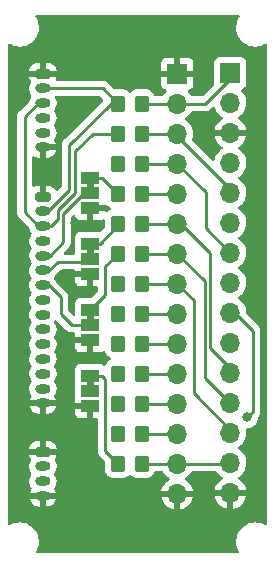
<source format=gbr>
%TF.GenerationSoftware,KiCad,Pcbnew,(6.0.10)*%
%TF.CreationDate,2023-02-08T01:16:55+09:00*%
%TF.ProjectId,rasp_gpio_input,72617370-5f67-4706-996f-5f696e707574,1*%
%TF.SameCoordinates,PX7baf2f0PY78dfd90*%
%TF.FileFunction,Copper,L1,Top*%
%TF.FilePolarity,Positive*%
%FSLAX46Y46*%
G04 Gerber Fmt 4.6, Leading zero omitted, Abs format (unit mm)*
G04 Created by KiCad (PCBNEW (6.0.10)) date 2023-02-08 01:16:55*
%MOMM*%
%LPD*%
G01*
G04 APERTURE LIST*
G04 Aperture macros list*
%AMRoundRect*
0 Rectangle with rounded corners*
0 $1 Rounding radius*
0 $2 $3 $4 $5 $6 $7 $8 $9 X,Y pos of 4 corners*
0 Add a 4 corners polygon primitive as box body*
4,1,4,$2,$3,$4,$5,$6,$7,$8,$9,$2,$3,0*
0 Add four circle primitives for the rounded corners*
1,1,$1+$1,$2,$3*
1,1,$1+$1,$4,$5*
1,1,$1+$1,$6,$7*
1,1,$1+$1,$8,$9*
0 Add four rect primitives between the rounded corners*
20,1,$1+$1,$2,$3,$4,$5,0*
20,1,$1+$1,$4,$5,$6,$7,0*
20,1,$1+$1,$6,$7,$8,$9,0*
20,1,$1+$1,$8,$9,$2,$3,0*%
G04 Aperture macros list end*
%TA.AperFunction,SMDPad,CuDef*%
%ADD10RoundRect,0.250000X-0.350000X-0.450000X0.350000X-0.450000X0.350000X0.450000X-0.350000X0.450000X0*%
%TD*%
%TA.AperFunction,SMDPad,CuDef*%
%ADD11R,1.500000X1.000000*%
%TD*%
%TA.AperFunction,ComponentPad*%
%ADD12R,1.700000X1.700000*%
%TD*%
%TA.AperFunction,ComponentPad*%
%ADD13O,1.700000X1.700000*%
%TD*%
%TA.AperFunction,ComponentPad*%
%ADD14RoundRect,0.200000X-0.450000X0.200000X-0.450000X-0.200000X0.450000X-0.200000X0.450000X0.200000X0*%
%TD*%
%TA.AperFunction,ComponentPad*%
%ADD15O,1.300000X0.800000*%
%TD*%
%TA.AperFunction,ViaPad*%
%ADD16C,0.800000*%
%TD*%
%TA.AperFunction,Conductor*%
%ADD17C,0.250000*%
%TD*%
G04 APERTURE END LIST*
%TO.C,JP2*%
G36*
X7767600Y25800000D02*
G01*
X7167600Y25800000D01*
X7167600Y26300000D01*
X7767600Y26300000D01*
X7767600Y25800000D01*
G37*
%TO.C,JP4*%
G36*
X7767600Y14624000D02*
G01*
X7167600Y14624000D01*
X7167600Y15124000D01*
X7767600Y15124000D01*
X7767600Y14624000D01*
G37*
%TO.C,JP1*%
G36*
X7767600Y31388000D02*
G01*
X7167600Y31388000D01*
X7167600Y31888000D01*
X7767600Y31888000D01*
X7767600Y31388000D01*
G37*
%TO.C,JP3*%
G36*
X7767600Y20212000D02*
G01*
X7167600Y20212000D01*
X7167600Y20712000D01*
X7767600Y20712000D01*
X7767600Y20212000D01*
G37*
%TD*%
D10*
%TO.P,R10,1*%
%TO.N,/Y*%
X9820400Y15697200D03*
%TO.P,R10,2*%
%TO.N,/C_Y*%
X11820400Y15697200D03*
%TD*%
%TO.P,R12,1*%
%TO.N,/TR*%
X9820400Y10617200D03*
%TO.P,R12,2*%
%TO.N,/C_TR*%
X11820400Y10617200D03*
%TD*%
D11*
%TO.P,JP2,1,A*%
%TO.N,/START*%
X7467600Y26700000D03*
%TO.P,JP2,2,C*%
%TO.N,/START_T*%
X7467600Y25400000D03*
%TO.P,JP2,3,B*%
%TO.N,/GND*%
X7467600Y24100000D03*
%TD*%
D12*
%TO.P,J5,1,Pin_1*%
%TO.N,/C_UP*%
X19329400Y41148000D03*
D13*
%TO.P,J5,2,Pin_2*%
%TO.N,/C_TL*%
X19329400Y38608000D03*
%TO.P,J5,3,Pin_3*%
%TO.N,/GND*%
X19329400Y36068000D03*
%TO.P,J5,4,Pin_4*%
%TO.N,/C_X*%
X19329400Y33528000D03*
%TO.P,J5,5,Pin_5*%
%TO.N,/C_DOWN*%
X19329400Y30988000D03*
%TO.P,J5,6,Pin_6*%
%TO.N,/C_Y*%
X19329400Y28448000D03*
%TO.P,J5,7,Pin_7*%
%TO.N,/C_LEFT*%
X19329400Y25908000D03*
%TO.P,J5,8,Pin_8*%
%TO.N,/C_RIGHT*%
X19329400Y23368000D03*
%TO.P,J5,9,Pin_9*%
%TO.N,/C_TR*%
X19329400Y20828000D03*
%TO.P,J5,10,Pin_10*%
%TO.N,/C_B*%
X19329400Y18288000D03*
%TO.P,J5,11,Pin_11*%
%TO.N,/C_START*%
X19329400Y15748000D03*
%TO.P,J5,12,Pin_12*%
%TO.N,/C_SELECT*%
X19329400Y13208000D03*
%TO.P,J5,13,Pin_13*%
%TO.N,/C_A*%
X19329400Y10668000D03*
%TO.P,J5,14,Pin_14*%
%TO.N,/C_HK*%
X19329400Y8128000D03*
%TO.P,J5,15,Pin_15*%
%TO.N,/GND*%
X19329400Y5588000D03*
%TD*%
D10*
%TO.P,R13,1*%
%TO.N,/HK*%
X9820400Y8077200D03*
%TO.P,R13,2*%
%TO.N,/C_HK*%
X11820400Y8077200D03*
%TD*%
%TO.P,R11,1*%
%TO.N,/TL*%
X9820400Y13157200D03*
%TO.P,R11,2*%
%TO.N,/C_TL*%
X11820400Y13157200D03*
%TD*%
%TO.P,R4,1*%
%TO.N,/RIGHT*%
X9820400Y30937200D03*
%TO.P,R4,2*%
%TO.N,/C_RIGHT*%
X11820400Y30937200D03*
%TD*%
%TO.P,R9,1*%
%TO.N,/X*%
X9820400Y18237200D03*
%TO.P,R9,2*%
%TO.N,/C_X*%
X11820400Y18237200D03*
%TD*%
%TO.P,R5,1*%
%TO.N,/START*%
X9820400Y28397200D03*
%TO.P,R5,2*%
%TO.N,/C_START*%
X11820400Y28397200D03*
%TD*%
D11*
%TO.P,JP4,1,A*%
%TO.N,/HK*%
X7467600Y15524000D03*
%TO.P,JP4,2,C*%
%TO.N,/HK_T*%
X7467600Y14224000D03*
%TO.P,JP4,3,B*%
%TO.N,/GND*%
X7467600Y12924000D03*
%TD*%
D10*
%TO.P,R2,1*%
%TO.N,/DOWN*%
X9820400Y36017200D03*
%TO.P,R2,2*%
%TO.N,/C_DOWN*%
X11820400Y36017200D03*
%TD*%
D14*
%TO.P,J1,1,Pin_1*%
%TO.N,/GND*%
X3454400Y41097200D03*
D15*
%TO.P,J1,2,Pin_2*%
%TO.N,/UP*%
X3454400Y39847200D03*
%TO.P,J1,3,Pin_3*%
%TO.N,/DOWN*%
X3454400Y38597200D03*
%TO.P,J1,4,Pin_4*%
%TO.N,/LEFT*%
X3454400Y37347200D03*
%TO.P,J1,5,Pin_5*%
%TO.N,/RIGHT*%
X3454400Y36097200D03*
%TO.P,J1,6,Pin_6*%
%TO.N,/GND*%
X3454400Y34847200D03*
%TD*%
D10*
%TO.P,R8,1*%
%TO.N,/B*%
X9820400Y20777200D03*
%TO.P,R8,2*%
%TO.N,/C_B*%
X11820400Y20777200D03*
%TD*%
%TO.P,R3,1*%
%TO.N,/LEFT*%
X9820400Y33477200D03*
%TO.P,R3,2*%
%TO.N,/C_LEFT*%
X11820400Y33477200D03*
%TD*%
D14*
%TO.P,J3,1,Pin_1*%
%TO.N,/GND*%
X3454400Y30683200D03*
D15*
%TO.P,J3,2,Pin_2*%
%TO.N,/UP*%
X3454400Y29433200D03*
%TO.P,J3,3,Pin_3*%
%TO.N,/DOWN*%
X3454400Y28183200D03*
%TO.P,J3,4,Pin_4*%
%TO.N,/LEFT*%
X3454400Y26933200D03*
%TO.P,J3,5,Pin_5*%
%TO.N,/RIGHT_T*%
X3454400Y25683200D03*
%TO.P,J3,6,Pin_6*%
%TO.N,/START_T*%
X3454400Y24433200D03*
%TO.P,J3,7,Pin_7*%
%TO.N,/SELECT_T*%
X3454400Y23183200D03*
%TO.P,J3,8,Pin_8*%
%TO.N,/A*%
X3454400Y21933200D03*
%TO.P,J3,9,Pin_9*%
%TO.N,/B*%
X3454400Y20683200D03*
%TO.P,J3,10,Pin_10*%
%TO.N,/X*%
X3454400Y19433200D03*
%TO.P,J3,11,Pin_11*%
%TO.N,/Y*%
X3454400Y18183200D03*
%TO.P,J3,12,Pin_12*%
%TO.N,/TL*%
X3454400Y16933200D03*
%TO.P,J3,13,Pin_13*%
%TO.N,/TR*%
X3454400Y15683200D03*
%TO.P,J3,14,Pin_14*%
%TO.N,/HK_T*%
X3454400Y14433200D03*
%TO.P,J3,15,Pin_15*%
%TO.N,/GND*%
X3454400Y13183200D03*
%TD*%
D11*
%TO.P,JP1,1,A*%
%TO.N,/RIGHT*%
X7467600Y32288000D03*
%TO.P,JP1,2,C*%
%TO.N,/RIGHT_T*%
X7467600Y30988000D03*
%TO.P,JP1,3,B*%
%TO.N,/GND*%
X7467600Y29688000D03*
%TD*%
D12*
%TO.P,J4,1,Pin_1*%
%TO.N,/GND*%
X14833600Y41097200D03*
D13*
%TO.P,J4,2,Pin_2*%
%TO.N,/C_UP*%
X14833600Y38557200D03*
%TO.P,J4,3,Pin_3*%
%TO.N,/C_DOWN*%
X14833600Y36017200D03*
%TO.P,J4,4,Pin_4*%
%TO.N,/C_LEFT*%
X14833600Y33477200D03*
%TO.P,J4,5,Pin_5*%
%TO.N,/C_RIGHT*%
X14833600Y30937200D03*
%TO.P,J4,6,Pin_6*%
%TO.N,/C_START*%
X14833600Y28397200D03*
%TO.P,J4,7,Pin_7*%
%TO.N,/C_SELECT*%
X14833600Y25857200D03*
%TO.P,J4,8,Pin_8*%
%TO.N,/C_A*%
X14833600Y23317200D03*
%TO.P,J4,9,Pin_9*%
%TO.N,/C_B*%
X14833600Y20777200D03*
%TO.P,J4,10,Pin_10*%
%TO.N,/C_X*%
X14833600Y18237200D03*
%TO.P,J4,11,Pin_11*%
%TO.N,/C_Y*%
X14833600Y15697200D03*
%TO.P,J4,12,Pin_12*%
%TO.N,/C_TL*%
X14833600Y13157200D03*
%TO.P,J4,13,Pin_13*%
%TO.N,/C_TR*%
X14833600Y10617200D03*
%TO.P,J4,14,Pin_14*%
%TO.N,/C_HK*%
X14833600Y8077200D03*
%TO.P,J4,15,Pin_15*%
%TO.N,/GND*%
X14833600Y5537200D03*
%TD*%
D11*
%TO.P,JP3,1,A*%
%TO.N,/SELECT*%
X7467600Y21112000D03*
%TO.P,JP3,2,C*%
%TO.N,/SELECT_T*%
X7467600Y19812000D03*
%TO.P,JP3,3,B*%
%TO.N,/GND*%
X7467600Y18512000D03*
%TD*%
D14*
%TO.P,J2,1,Pin_1*%
%TO.N,/GND*%
X3454400Y9093200D03*
D15*
%TO.P,J2,2,Pin_2*%
%TO.N,/START*%
X3454400Y7843200D03*
%TO.P,J2,3,Pin_3*%
%TO.N,/SELECT*%
X3454400Y6593200D03*
%TO.P,J2,4,Pin_4*%
%TO.N,/GND*%
X3454400Y5343200D03*
%TD*%
D10*
%TO.P,R7,1*%
%TO.N,/A*%
X9820400Y23317200D03*
%TO.P,R7,2*%
%TO.N,/C_A*%
X11820400Y23317200D03*
%TD*%
%TO.P,R6,1*%
%TO.N,/SELECT*%
X9820400Y25857200D03*
%TO.P,R6,2*%
%TO.N,/C_SELECT*%
X11820400Y25857200D03*
%TD*%
%TO.P,R1,1*%
%TO.N,/UP*%
X9820400Y38557200D03*
%TO.P,R1,2*%
%TO.N,/C_UP*%
X11820400Y38557200D03*
%TD*%
D16*
%TO.N,/SELECT*%
X9820400Y25857200D03*
%TO.N,/HK_T*%
X7467600Y14224000D03*
%TO.N,/GND*%
X6197600Y28448000D03*
%TO.N,/DOWN*%
X9820400Y36017200D03*
%TO.N,/GND*%
X5486400Y23876000D03*
%TO.N,/LEFT*%
X9820400Y33477200D03*
%TO.N,/RIGHT*%
X7467600Y32288000D03*
%TO.N,/START*%
X9820400Y28397200D03*
%TO.N,/A*%
X9820400Y23317200D03*
%TO.N,/B*%
X9820400Y20777200D03*
%TO.N,/X*%
X9820400Y18237200D03*
%TO.N,/Y*%
X9820400Y15697200D03*
%TO.N,/TL*%
X9820400Y13157200D03*
%TO.N,/TR*%
X9820400Y10617200D03*
%TO.N,/C_TR*%
X20739100Y12001500D03*
%TD*%
D17*
%TO.N,/C_SELECT*%
X17177600Y23513200D02*
X17177600Y15359800D01*
X14833600Y25857200D02*
X17177600Y23513200D01*
X17177600Y15359800D02*
X19329400Y13208000D01*
%TO.N,/C_START*%
X19329400Y16129000D02*
X19329400Y15748000D01*
X17627600Y17830800D02*
X19329400Y16129000D01*
X17627600Y25908000D02*
X17627600Y17830800D01*
X17170400Y26339800D02*
X17195800Y26339800D01*
X17195800Y26339800D02*
X17627600Y25908000D01*
X14833600Y28397200D02*
X15113000Y28397200D01*
X15113000Y28397200D02*
X17170400Y26339800D01*
%TO.N,/C_LEFT*%
X17246600Y31064200D02*
X17246600Y27990800D01*
X17246600Y27990800D02*
X19329400Y25908000D01*
X14833600Y33477200D02*
X17246600Y31064200D01*
%TO.N,/C_DOWN*%
X14833600Y36017200D02*
X14833600Y35814000D01*
X14833600Y35814000D02*
X19329400Y31318200D01*
X19329400Y31318200D02*
X19329400Y30988000D01*
%TO.N,/C_TR*%
X21209000Y19329400D02*
X19710400Y20828000D01*
X21209000Y12471400D02*
X21209000Y19329400D01*
X19710400Y20828000D02*
X19329400Y20828000D01*
X20739100Y12001500D02*
X21209000Y12471400D01*
%TO.N,/C_HK*%
X14833600Y8077200D02*
X19278600Y8077200D01*
%TO.N,/C_A*%
X19329400Y10922000D02*
X19329400Y10668000D01*
X16230600Y14020800D02*
X19329400Y10922000D01*
%TO.N,/C_HK*%
X19278600Y8077200D02*
X19329400Y8128000D01*
%TO.N,/C_A*%
X14833600Y23317200D02*
X16230600Y21920200D01*
%TO.N,/C_UP*%
X14833600Y38557200D02*
X17221200Y38557200D01*
X17221200Y38557200D02*
X19329400Y40665400D01*
X19329400Y40665400D02*
X19329400Y41148000D01*
%TO.N,/C_A*%
X16230600Y21920200D02*
X16230600Y14020800D01*
%TO.N,/SELECT_T*%
X4978400Y20751800D02*
X5918200Y19812000D01*
X3944000Y23183200D02*
X4978400Y22148800D01*
X3454400Y23183200D02*
X3944000Y23183200D01*
X4978400Y22148800D02*
X4978400Y20751800D01*
X5918200Y19812000D02*
X7467600Y19812000D01*
%TO.N,/RIGHT_T*%
X4042400Y25683200D02*
X3454400Y25683200D01*
X5181600Y29210000D02*
X5181600Y26822400D01*
X6959600Y30988000D02*
X5181600Y29210000D01*
X7467600Y30988000D02*
X6959600Y30988000D01*
X5181600Y26822400D02*
X4042400Y25683200D01*
%TO.N,/START_T*%
X4724400Y25146000D02*
X7213600Y25146000D01*
X4011600Y24433200D02*
X4724400Y25146000D01*
X3454400Y24433200D02*
X4011600Y24433200D01*
X7213600Y25146000D02*
X7467600Y25400000D01*
%TO.N,/DOWN*%
X3084200Y28183200D02*
X3454400Y28183200D01*
X1905000Y29362400D02*
X3084200Y28183200D01*
X1905000Y37447800D02*
X1905000Y29362400D01*
X3054400Y38597200D02*
X1905000Y37447800D01*
X3454400Y38597200D02*
X3054400Y38597200D01*
%TO.N,/SELECT*%
X8737600Y22382000D02*
X8737600Y24774400D01*
X8737600Y24774400D02*
X9820400Y25857200D01*
X7467600Y21112000D02*
X8737600Y22382000D01*
%TO.N,/UP*%
X5689600Y31242000D02*
X5689600Y35052000D01*
X9820400Y38557200D02*
X8530400Y39847200D01*
X3454400Y29433200D02*
X3880800Y29433200D01*
X3880800Y29433200D02*
X5689600Y31242000D01*
X9194800Y38557200D02*
X9820400Y38557200D01*
X5689600Y35052000D02*
X9194800Y38557200D01*
X8530400Y39847200D02*
X3454400Y39847200D01*
%TO.N,/DOWN*%
X3454400Y28183200D02*
X4154800Y28183200D01*
X4154800Y28183200D02*
X4731600Y28760000D01*
X6197600Y30988000D02*
X6197600Y34544000D01*
X7670800Y36017200D02*
X9820400Y36017200D01*
X6197600Y34544000D02*
X7670800Y36017200D01*
X4731600Y29522000D02*
X6197600Y30988000D01*
X4731600Y28760000D02*
X4731600Y29522000D01*
%TO.N,/RIGHT*%
X7467600Y32288000D02*
X8469600Y32288000D01*
X8469600Y32288000D02*
X9820400Y30937200D01*
%TO.N,/START*%
X9820400Y28260800D02*
X9820400Y28397200D01*
X7467600Y26700000D02*
X8259600Y26700000D01*
X8259600Y26700000D02*
X9820400Y28260800D01*
%TO.N,/HK*%
X7467600Y15524000D02*
X8453600Y15524000D01*
X8737600Y15240000D02*
X8737600Y9160000D01*
X8737600Y9160000D02*
X9820400Y8077200D01*
X8453600Y15524000D02*
X8737600Y15240000D01*
%TO.N,/C_UP*%
X11820400Y38557200D02*
X14833600Y38557200D01*
%TO.N,/C_DOWN*%
X11820400Y36017200D02*
X14833600Y36017200D01*
%TO.N,/C_LEFT*%
X11820400Y33477200D02*
X14833600Y33477200D01*
%TO.N,/C_RIGHT*%
X11820400Y30937200D02*
X14833600Y30937200D01*
%TO.N,/C_START*%
X11820400Y28397200D02*
X14833600Y28397200D01*
%TO.N,/C_SELECT*%
X11820400Y25857200D02*
X14833600Y25857200D01*
%TO.N,/C_A*%
X11820400Y23317200D02*
X14833600Y23317200D01*
%TO.N,/C_B*%
X11820400Y20777200D02*
X14833600Y20777200D01*
%TO.N,/C_X*%
X11820400Y18237200D02*
X14833600Y18237200D01*
%TO.N,/C_Y*%
X11820400Y15697200D02*
X14833600Y15697200D01*
%TO.N,/C_TL*%
X11820400Y13157200D02*
X14833600Y13157200D01*
%TO.N,/C_TR*%
X11820400Y10617200D02*
X14833600Y10617200D01*
%TO.N,/C_HK*%
X11820400Y8077200D02*
X14833600Y8077200D01*
%TD*%
%TA.AperFunction,Conductor*%
%TO.N,/GND*%
G36*
X20052447Y46055098D02*
G01*
X20098940Y46001442D01*
X20109044Y45931168D01*
X20091759Y45883265D01*
X19999984Y45733502D01*
X19998091Y45728932D01*
X19998089Y45728928D01*
X19908754Y45513254D01*
X19903095Y45499591D01*
X19901940Y45494779D01*
X19854398Y45296750D01*
X19843991Y45253403D01*
X19824126Y45001000D01*
X19843991Y44748597D01*
X19845145Y44743790D01*
X19845146Y44743784D01*
X19882779Y44587032D01*
X19903095Y44502409D01*
X19904988Y44497838D01*
X19904989Y44497836D01*
X19933231Y44429655D01*
X19999984Y44268498D01*
X20132272Y44052624D01*
X20296702Y43860102D01*
X20489224Y43695672D01*
X20705098Y43563384D01*
X20709668Y43561491D01*
X20709672Y43561489D01*
X20934436Y43468389D01*
X20939009Y43466495D01*
X21023632Y43446179D01*
X21180384Y43408546D01*
X21180390Y43408545D01*
X21185197Y43407391D01*
X21437600Y43387526D01*
X21690003Y43407391D01*
X21694810Y43408545D01*
X21694816Y43408546D01*
X21851568Y43446179D01*
X21936191Y43466495D01*
X21940764Y43468389D01*
X22165528Y43561489D01*
X22165532Y43561491D01*
X22170102Y43563384D01*
X22261265Y43619249D01*
X22329798Y43637787D01*
X22397475Y43616331D01*
X22442808Y43561692D01*
X22453100Y43511816D01*
X22453100Y2970184D01*
X22433098Y2902063D01*
X22379442Y2855570D01*
X22309168Y2845466D01*
X22261265Y2862751D01*
X22174322Y2916030D01*
X22170102Y2918616D01*
X22165532Y2920509D01*
X22165528Y2920511D01*
X21940764Y3013611D01*
X21940762Y3013612D01*
X21936191Y3015505D01*
X21851568Y3035821D01*
X21694816Y3073454D01*
X21694810Y3073455D01*
X21690003Y3074609D01*
X21437600Y3094474D01*
X21185197Y3074609D01*
X21180390Y3073455D01*
X21180384Y3073454D01*
X21023632Y3035821D01*
X20939009Y3015505D01*
X20934438Y3013612D01*
X20934436Y3013611D01*
X20709672Y2920511D01*
X20709668Y2920509D01*
X20705098Y2918616D01*
X20489224Y2786328D01*
X20296702Y2621898D01*
X20132272Y2429376D01*
X19999984Y2213502D01*
X19998091Y2208932D01*
X19998089Y2208928D01*
X19908754Y1993254D01*
X19903095Y1979591D01*
X19901940Y1974779D01*
X19854398Y1776750D01*
X19843991Y1733403D01*
X19824126Y1481000D01*
X19843991Y1228597D01*
X19845145Y1223790D01*
X19845146Y1223784D01*
X19882779Y1067032D01*
X19903095Y982409D01*
X19904988Y977838D01*
X19904989Y977836D01*
X19933231Y909655D01*
X19999984Y748498D01*
X20002570Y744279D01*
X20002573Y744272D01*
X20029498Y700334D01*
X20048036Y631801D01*
X20026579Y564124D01*
X19971940Y518791D01*
X19922065Y508500D01*
X3014135Y508500D01*
X2946014Y528502D01*
X2899521Y582158D01*
X2889417Y652432D01*
X2906702Y700334D01*
X2933627Y744272D01*
X2933630Y744279D01*
X2936216Y748498D01*
X3002970Y909655D01*
X3031211Y977836D01*
X3031212Y977838D01*
X3033105Y982409D01*
X3053421Y1067032D01*
X3091054Y1223784D01*
X3091055Y1223790D01*
X3092209Y1228597D01*
X3112074Y1481000D01*
X3092209Y1733403D01*
X3081803Y1776750D01*
X3034260Y1974779D01*
X3033105Y1979591D01*
X3027446Y1993254D01*
X2938111Y2208928D01*
X2938109Y2208932D01*
X2936216Y2213502D01*
X2803928Y2429376D01*
X2639498Y2621898D01*
X2446976Y2786328D01*
X2231102Y2918616D01*
X2226532Y2920509D01*
X2226528Y2920511D01*
X2001764Y3013611D01*
X2001762Y3013612D01*
X1997191Y3015505D01*
X1912568Y3035821D01*
X1755816Y3073454D01*
X1755810Y3073455D01*
X1751003Y3074609D01*
X1498600Y3094474D01*
X1246197Y3074609D01*
X1241390Y3073455D01*
X1241384Y3073454D01*
X1084632Y3035821D01*
X1000009Y3015505D01*
X995438Y3013612D01*
X995436Y3013611D01*
X770672Y2920511D01*
X770668Y2920509D01*
X766098Y2918616D01*
X761879Y2916031D01*
X761868Y2916025D01*
X700335Y2878317D01*
X631802Y2859778D01*
X564125Y2881234D01*
X518792Y2935873D01*
X508500Y2985749D01*
X508500Y5074732D01*
X2333178Y5074732D01*
X2334710Y5067525D01*
X2338767Y5055039D01*
X2411032Y4892729D01*
X2417598Y4881357D01*
X2522024Y4737626D01*
X2530815Y4727863D01*
X2662842Y4608986D01*
X2673473Y4601262D01*
X2827326Y4512435D01*
X2839334Y4507089D01*
X3008298Y4452189D01*
X3021139Y4449459D01*
X3153538Y4435544D01*
X3160098Y4435200D01*
X3182285Y4435200D01*
X3197524Y4439675D01*
X3198729Y4441065D01*
X3200400Y4448748D01*
X3200400Y4453315D01*
X3708400Y4453315D01*
X3712875Y4438076D01*
X3714265Y4436871D01*
X3721948Y4435200D01*
X3748702Y4435200D01*
X3755262Y4435544D01*
X3887661Y4449459D01*
X3900502Y4452189D01*
X4069466Y4507089D01*
X4081474Y4512435D01*
X4235327Y4601262D01*
X4245958Y4608986D01*
X4377985Y4727863D01*
X4386776Y4737626D01*
X4491202Y4881357D01*
X4497768Y4892729D01*
X4570033Y5055039D01*
X4574090Y5067525D01*
X4574930Y5071478D01*
X4573857Y5085541D01*
X4563903Y5089200D01*
X3726515Y5089200D01*
X3711276Y5084725D01*
X3710071Y5083335D01*
X3708400Y5075652D01*
X3708400Y4453315D01*
X3200400Y4453315D01*
X3200400Y5071085D01*
X3195925Y5086324D01*
X3194535Y5087529D01*
X3186852Y5089200D01*
X2348218Y5089200D01*
X2334687Y5085227D01*
X2333178Y5074732D01*
X508500Y5074732D01*
X508500Y5269234D01*
X13501857Y5269234D01*
X13532165Y5134754D01*
X13535245Y5124925D01*
X13615370Y4927597D01*
X13620013Y4918406D01*
X13731294Y4736812D01*
X13737377Y4728501D01*
X13876813Y4567533D01*
X13884180Y4560317D01*
X14048034Y4424284D01*
X14056481Y4418369D01*
X14240356Y4310921D01*
X14249642Y4306471D01*
X14448601Y4230497D01*
X14458499Y4227621D01*
X14561850Y4206594D01*
X14575899Y4207790D01*
X14579600Y4218135D01*
X14579600Y4218683D01*
X15087600Y4218683D01*
X15091664Y4204841D01*
X15105078Y4202807D01*
X15111784Y4203666D01*
X15121862Y4205808D01*
X15325855Y4267009D01*
X15335442Y4270767D01*
X15526695Y4364461D01*
X15535545Y4369736D01*
X15708928Y4493408D01*
X15716800Y4500061D01*
X15867652Y4650388D01*
X15874330Y4658235D01*
X15998603Y4831180D01*
X16003913Y4840017D01*
X16098270Y5030933D01*
X16102069Y5040528D01*
X16163977Y5244290D01*
X16166155Y5254363D01*
X16167586Y5265238D01*
X16165375Y5279422D01*
X16152217Y5283200D01*
X15105715Y5283200D01*
X15090476Y5278725D01*
X15089271Y5277335D01*
X15087600Y5269652D01*
X15087600Y4218683D01*
X14579600Y4218683D01*
X14579600Y5265085D01*
X14575125Y5280324D01*
X14573735Y5281529D01*
X14566052Y5283200D01*
X13516825Y5283200D01*
X13503294Y5279227D01*
X13501857Y5269234D01*
X508500Y5269234D01*
X508500Y5320034D01*
X17997657Y5320034D01*
X18027965Y5185554D01*
X18031045Y5175725D01*
X18111170Y4978397D01*
X18115813Y4969206D01*
X18227094Y4787612D01*
X18233177Y4779301D01*
X18372613Y4618333D01*
X18379980Y4611117D01*
X18543834Y4475084D01*
X18552281Y4469169D01*
X18736156Y4361721D01*
X18745442Y4357271D01*
X18944401Y4281297D01*
X18954299Y4278421D01*
X19057650Y4257394D01*
X19071699Y4258590D01*
X19075400Y4268935D01*
X19075400Y4269483D01*
X19583400Y4269483D01*
X19587464Y4255641D01*
X19600878Y4253607D01*
X19607584Y4254466D01*
X19617662Y4256608D01*
X19821655Y4317809D01*
X19831242Y4321567D01*
X20022495Y4415261D01*
X20031345Y4420536D01*
X20204728Y4544208D01*
X20212600Y4550861D01*
X20363452Y4701188D01*
X20370130Y4709035D01*
X20494403Y4881980D01*
X20499713Y4890817D01*
X20594070Y5081733D01*
X20597869Y5091328D01*
X20659777Y5295090D01*
X20661955Y5305163D01*
X20663386Y5316038D01*
X20661175Y5330222D01*
X20648017Y5334000D01*
X19601515Y5334000D01*
X19586276Y5329525D01*
X19585071Y5328135D01*
X19583400Y5320452D01*
X19583400Y4269483D01*
X19075400Y4269483D01*
X19075400Y5315885D01*
X19070925Y5331124D01*
X19069535Y5332329D01*
X19061852Y5334000D01*
X18012625Y5334000D01*
X17999094Y5330027D01*
X17997657Y5320034D01*
X508500Y5320034D01*
X508500Y6497713D01*
X2295900Y6497713D01*
X2297272Y6491261D01*
X2297272Y6491256D01*
X2315753Y6404312D01*
X2335606Y6310912D01*
X2338291Y6304882D01*
X2338291Y6304881D01*
X2395501Y6176386D01*
X2413282Y6136448D01*
X2482023Y6041834D01*
X2505880Y5974970D01*
X2489800Y5905818D01*
X2482022Y5893715D01*
X2417598Y5805043D01*
X2411032Y5793671D01*
X2338767Y5631361D01*
X2334710Y5618875D01*
X2333870Y5614922D01*
X2334943Y5600859D01*
X2344897Y5597200D01*
X4560582Y5597200D01*
X4574113Y5601173D01*
X4575622Y5611668D01*
X4574090Y5618875D01*
X4570033Y5631361D01*
X4497768Y5793671D01*
X4491202Y5805043D01*
X4426778Y5893715D01*
X4402919Y5960583D01*
X4419000Y6029734D01*
X4426766Y6041820D01*
X4495518Y6136448D01*
X4513300Y6176386D01*
X4570509Y6304881D01*
X4570509Y6304882D01*
X4573194Y6310912D01*
X4593047Y6404313D01*
X4611528Y6491256D01*
X4611528Y6491261D01*
X4612900Y6497713D01*
X4612900Y6688687D01*
X4606292Y6719778D01*
X4593047Y6782087D01*
X4573194Y6875488D01*
X4547686Y6932781D01*
X4498203Y7043922D01*
X4498202Y7043924D01*
X4495518Y7049952D01*
X4427087Y7144139D01*
X4403228Y7211007D01*
X4419309Y7280158D01*
X4427087Y7292261D01*
X4491637Y7381106D01*
X4491638Y7381107D01*
X4495518Y7386448D01*
X4511224Y7421723D01*
X4570509Y7554881D01*
X4570509Y7554882D01*
X4573194Y7560912D01*
X4612900Y7747713D01*
X4612900Y7938687D01*
X4573194Y8125488D01*
X4495518Y8299952D01*
X4477836Y8324289D01*
X4453978Y8391156D01*
X4471996Y8463622D01*
X4550479Y8593212D01*
X4556685Y8606957D01*
X4603656Y8756844D01*
X4606269Y8769894D01*
X4611313Y8824786D01*
X4607925Y8836324D01*
X4606535Y8837529D01*
X4598852Y8839200D01*
X2314516Y8839200D01*
X2299277Y8834725D01*
X2298072Y8833335D01*
X2297109Y8828906D01*
X2302532Y8769885D01*
X2305143Y8756849D01*
X2352115Y8606957D01*
X2358321Y8593212D01*
X2436804Y8463622D01*
X2454983Y8394992D01*
X2430964Y8324289D01*
X2413282Y8299952D01*
X2335606Y8125488D01*
X2295900Y7938687D01*
X2295900Y7747713D01*
X2335606Y7560912D01*
X2338291Y7554882D01*
X2338291Y7554881D01*
X2397577Y7421723D01*
X2413282Y7386448D01*
X2417162Y7381107D01*
X2417163Y7381106D01*
X2481713Y7292261D01*
X2505572Y7225393D01*
X2489491Y7156242D01*
X2481713Y7144139D01*
X2413282Y7049952D01*
X2410598Y7043924D01*
X2410597Y7043922D01*
X2361114Y6932781D01*
X2335606Y6875488D01*
X2315753Y6782088D01*
X2302509Y6719778D01*
X2295900Y6688687D01*
X2295900Y6497713D01*
X508500Y6497713D01*
X508500Y9361614D01*
X2297487Y9361614D01*
X2300875Y9350076D01*
X2302265Y9348871D01*
X2309948Y9347200D01*
X3182285Y9347200D01*
X3197524Y9351675D01*
X3198729Y9353065D01*
X3200400Y9360748D01*
X3200400Y9365315D01*
X3708400Y9365315D01*
X3712875Y9350076D01*
X3714265Y9348871D01*
X3721948Y9347200D01*
X4594284Y9347200D01*
X4609523Y9351675D01*
X4610728Y9353065D01*
X4611691Y9357494D01*
X4606268Y9416515D01*
X4603657Y9429551D01*
X4556685Y9579443D01*
X4550479Y9593188D01*
X4469576Y9726774D01*
X4460269Y9738643D01*
X4349843Y9849069D01*
X4337974Y9858376D01*
X4204388Y9939279D01*
X4190643Y9945485D01*
X4040756Y9992456D01*
X4027706Y9995069D01*
X3963879Y10000934D01*
X3958091Y10001200D01*
X3726515Y10001200D01*
X3711276Y9996725D01*
X3710071Y9995335D01*
X3708400Y9987652D01*
X3708400Y9365315D01*
X3200400Y9365315D01*
X3200400Y9983084D01*
X3195925Y9998323D01*
X3194535Y9999528D01*
X3186852Y10001199D01*
X2950695Y10001199D01*
X2944946Y10000936D01*
X2881085Y9995068D01*
X2868049Y9992457D01*
X2718157Y9945485D01*
X2704412Y9939279D01*
X2570826Y9858376D01*
X2558957Y9849069D01*
X2448531Y9738643D01*
X2439224Y9726774D01*
X2358321Y9593188D01*
X2352115Y9579443D01*
X2305144Y9429556D01*
X2302531Y9416506D01*
X2297487Y9361614D01*
X508500Y9361614D01*
X508500Y12914732D01*
X2333178Y12914732D01*
X2334710Y12907525D01*
X2338767Y12895039D01*
X2411032Y12732729D01*
X2417598Y12721357D01*
X2522024Y12577626D01*
X2530815Y12567863D01*
X2662842Y12448986D01*
X2673473Y12441262D01*
X2827326Y12352435D01*
X2839334Y12347089D01*
X3008298Y12292189D01*
X3021139Y12289459D01*
X3153538Y12275544D01*
X3160098Y12275200D01*
X3182285Y12275200D01*
X3197524Y12279675D01*
X3198729Y12281065D01*
X3200400Y12288748D01*
X3200400Y12293315D01*
X3708400Y12293315D01*
X3712875Y12278076D01*
X3714265Y12276871D01*
X3721948Y12275200D01*
X3748702Y12275200D01*
X3755262Y12275544D01*
X3887661Y12289459D01*
X3900502Y12292189D01*
X4069466Y12347089D01*
X4081474Y12352435D01*
X4128059Y12379331D01*
X6209601Y12379331D01*
X6209971Y12372510D01*
X6215495Y12321648D01*
X6219121Y12306396D01*
X6264276Y12185946D01*
X6272814Y12170351D01*
X6349315Y12068276D01*
X6361876Y12055715D01*
X6463951Y11979214D01*
X6479546Y11970676D01*
X6599994Y11925522D01*
X6615249Y11921895D01*
X6666114Y11916369D01*
X6672928Y11916000D01*
X7195485Y11916000D01*
X7210724Y11920475D01*
X7211929Y11921865D01*
X7213600Y11929548D01*
X7213600Y12651885D01*
X7209125Y12667124D01*
X7207735Y12668329D01*
X7200052Y12670000D01*
X6227716Y12670000D01*
X6212477Y12665525D01*
X6211272Y12664135D01*
X6209601Y12656452D01*
X6209601Y12379331D01*
X4128059Y12379331D01*
X4235327Y12441262D01*
X4245958Y12448986D01*
X4377985Y12567863D01*
X4386776Y12577626D01*
X4491202Y12721357D01*
X4497768Y12732729D01*
X4570033Y12895039D01*
X4574090Y12907525D01*
X4574930Y12911478D01*
X4573857Y12925541D01*
X4563903Y12929200D01*
X3726515Y12929200D01*
X3711276Y12924725D01*
X3710071Y12923335D01*
X3708400Y12915652D01*
X3708400Y12293315D01*
X3200400Y12293315D01*
X3200400Y12911085D01*
X3195925Y12926324D01*
X3194535Y12927529D01*
X3186852Y12929200D01*
X2348218Y12929200D01*
X2334687Y12925227D01*
X2333178Y12914732D01*
X508500Y12914732D01*
X508500Y37467857D01*
X1266780Y37467857D01*
X1267526Y37459965D01*
X1270941Y37423839D01*
X1271500Y37411981D01*
X1271500Y29441167D01*
X1270973Y29429984D01*
X1269298Y29422491D01*
X1269547Y29414565D01*
X1269547Y29414564D01*
X1271438Y29354414D01*
X1271500Y29350455D01*
X1271500Y29322544D01*
X1271997Y29318610D01*
X1271997Y29318609D01*
X1272005Y29318544D01*
X1272938Y29306707D01*
X1274327Y29262511D01*
X1279978Y29243061D01*
X1283987Y29223700D01*
X1286526Y29203603D01*
X1289445Y29196232D01*
X1289445Y29196230D01*
X1302804Y29162488D01*
X1306649Y29151258D01*
X1314420Y29124511D01*
X1318982Y29108807D01*
X1323015Y29101988D01*
X1323017Y29101983D01*
X1329293Y29091372D01*
X1337988Y29073624D01*
X1345448Y29054783D01*
X1350110Y29048367D01*
X1350110Y29048366D01*
X1371436Y29019013D01*
X1377952Y29009093D01*
X1400458Y28971038D01*
X1414779Y28956717D01*
X1427619Y28941684D01*
X1439528Y28925293D01*
X1445634Y28920242D01*
X1473605Y28897102D01*
X1482384Y28889112D01*
X2272778Y28098718D01*
X2306930Y28035820D01*
X2335606Y27900912D01*
X2338291Y27894882D01*
X2338291Y27894881D01*
X2409151Y27735727D01*
X2413282Y27726448D01*
X2417162Y27721107D01*
X2417163Y27721106D01*
X2481713Y27632261D01*
X2505572Y27565393D01*
X2489491Y27496242D01*
X2481713Y27484139D01*
X2446349Y27435464D01*
X2413282Y27389952D01*
X2410598Y27383924D01*
X2410597Y27383922D01*
X2338291Y27221519D01*
X2335606Y27215488D01*
X2327256Y27176203D01*
X2299028Y27043402D01*
X2295900Y27028687D01*
X2295900Y26837713D01*
X2297272Y26831261D01*
X2297272Y26831256D01*
X2315753Y26744313D01*
X2335606Y26650912D01*
X2338291Y26644882D01*
X2338291Y26644881D01*
X2406937Y26490700D01*
X2413282Y26476448D01*
X2417162Y26471107D01*
X2417163Y26471106D01*
X2481713Y26382261D01*
X2505572Y26315393D01*
X2489491Y26246242D01*
X2481713Y26234139D01*
X2424421Y26155283D01*
X2413282Y26139952D01*
X2410598Y26133924D01*
X2410597Y26133922D01*
X2345634Y25988012D01*
X2335606Y25965488D01*
X2322855Y25905500D01*
X2298342Y25790175D01*
X2295900Y25778687D01*
X2295900Y25587713D01*
X2297272Y25581261D01*
X2297272Y25581256D01*
X2308675Y25527613D01*
X2335606Y25400912D01*
X2413282Y25226448D01*
X2417162Y25221107D01*
X2417163Y25221106D01*
X2481713Y25132261D01*
X2505572Y25065393D01*
X2489491Y24996242D01*
X2481713Y24984139D01*
X2441447Y24928717D01*
X2413282Y24889952D01*
X2410598Y24883924D01*
X2410597Y24883922D01*
X2348244Y24743873D01*
X2335606Y24715488D01*
X2323685Y24659403D01*
X2302839Y24561331D01*
X2295900Y24528687D01*
X2295900Y24337713D01*
X2297272Y24331261D01*
X2297272Y24331256D01*
X2314541Y24250015D01*
X2335606Y24150912D01*
X2338291Y24144882D01*
X2338291Y24144881D01*
X2407017Y23990520D01*
X2413282Y23976448D01*
X2417162Y23971107D01*
X2417163Y23971106D01*
X2481713Y23882261D01*
X2505572Y23815393D01*
X2489491Y23746242D01*
X2481713Y23734139D01*
X2413282Y23639952D01*
X2410598Y23633924D01*
X2410597Y23633922D01*
X2368709Y23539839D01*
X2335606Y23465488D01*
X2325663Y23418710D01*
X2299909Y23297546D01*
X2295900Y23278687D01*
X2295900Y23087713D01*
X2297272Y23081261D01*
X2297272Y23081256D01*
X2308352Y23029131D01*
X2335606Y22900912D01*
X2338291Y22894882D01*
X2338291Y22894881D01*
X2407839Y22738674D01*
X2413282Y22726448D01*
X2417162Y22721107D01*
X2417163Y22721106D01*
X2481713Y22632261D01*
X2505572Y22565393D01*
X2489491Y22496242D01*
X2481713Y22484139D01*
X2434993Y22419834D01*
X2413282Y22389952D01*
X2410598Y22383924D01*
X2410597Y22383922D01*
X2338291Y22221519D01*
X2335606Y22215488D01*
X2323328Y22157724D01*
X2297519Y22036303D01*
X2295900Y22028687D01*
X2295900Y21837713D01*
X2297272Y21831261D01*
X2297272Y21831256D01*
X2303986Y21799670D01*
X2335606Y21650912D01*
X2338291Y21644882D01*
X2338291Y21644881D01*
X2404211Y21496823D01*
X2413282Y21476448D01*
X2417162Y21471107D01*
X2417163Y21471106D01*
X2481713Y21382261D01*
X2505572Y21315393D01*
X2489491Y21246242D01*
X2481713Y21234139D01*
X2413282Y21139952D01*
X2410598Y21133924D01*
X2410597Y21133922D01*
X2368608Y21039613D01*
X2335606Y20965488D01*
X2295900Y20778687D01*
X2295900Y20587713D01*
X2297272Y20581261D01*
X2297272Y20581256D01*
X2314186Y20501684D01*
X2335606Y20400912D01*
X2413282Y20226448D01*
X2417162Y20221107D01*
X2417163Y20221106D01*
X2481713Y20132261D01*
X2505572Y20065393D01*
X2489491Y19996242D01*
X2481713Y19984139D01*
X2413282Y19889952D01*
X2410598Y19883924D01*
X2410597Y19883922D01*
X2339782Y19724868D01*
X2335606Y19715488D01*
X2318026Y19632780D01*
X2299292Y19544643D01*
X2295900Y19528687D01*
X2295900Y19337713D01*
X2297272Y19331261D01*
X2297272Y19331256D01*
X2308062Y19280496D01*
X2335606Y19150912D01*
X2338291Y19144882D01*
X2338291Y19144881D01*
X2397834Y19011146D01*
X2413282Y18976448D01*
X2417162Y18971107D01*
X2417163Y18971106D01*
X2481713Y18882261D01*
X2505572Y18815393D01*
X2489491Y18746242D01*
X2481713Y18734139D01*
X2413282Y18639952D01*
X2335606Y18465488D01*
X2295900Y18278687D01*
X2295900Y18087713D01*
X2335606Y17900912D01*
X2338291Y17894882D01*
X2338291Y17894881D01*
X2392135Y17773946D01*
X2413282Y17726448D01*
X2417162Y17721107D01*
X2417163Y17721106D01*
X2481713Y17632261D01*
X2505572Y17565393D01*
X2489491Y17496242D01*
X2481713Y17484139D01*
X2462891Y17458232D01*
X2413282Y17389952D01*
X2410598Y17383924D01*
X2410597Y17383922D01*
X2381728Y17319080D01*
X2335606Y17215488D01*
X2316133Y17123873D01*
X2298178Y17039403D01*
X2295900Y17028687D01*
X2295900Y16837713D01*
X2297272Y16831261D01*
X2297272Y16831256D01*
X2314644Y16749532D01*
X2335606Y16650912D01*
X2338291Y16644882D01*
X2338291Y16644881D01*
X2392569Y16522971D01*
X2413282Y16476448D01*
X2417162Y16471107D01*
X2417163Y16471106D01*
X2481713Y16382261D01*
X2505572Y16315393D01*
X2489491Y16246242D01*
X2481713Y16234139D01*
X2423616Y16154175D01*
X2413282Y16139952D01*
X2410598Y16133924D01*
X2410597Y16133922D01*
X2381566Y16068717D01*
X2335606Y15965488D01*
X2295900Y15778687D01*
X2295900Y15587713D01*
X2335606Y15400912D01*
X2413282Y15226448D01*
X2417162Y15221107D01*
X2417163Y15221106D01*
X2481713Y15132261D01*
X2505572Y15065393D01*
X2489491Y14996242D01*
X2481713Y14984139D01*
X2413282Y14889952D01*
X2410598Y14883924D01*
X2410597Y14883922D01*
X2357376Y14764385D01*
X2335606Y14715488D01*
X2321239Y14647895D01*
X2297821Y14537724D01*
X2295900Y14528687D01*
X2295900Y14337713D01*
X2297272Y14331261D01*
X2297272Y14331256D01*
X2307023Y14285383D01*
X2335606Y14150912D01*
X2338291Y14144882D01*
X2338291Y14144881D01*
X2372399Y14068274D01*
X2413282Y13976448D01*
X2482023Y13881834D01*
X2505880Y13814970D01*
X2489800Y13745818D01*
X2482022Y13733715D01*
X2417598Y13645043D01*
X2411032Y13633671D01*
X2338767Y13471361D01*
X2334710Y13458875D01*
X2333870Y13454922D01*
X2334943Y13440859D01*
X2344897Y13437200D01*
X4560582Y13437200D01*
X4574113Y13441173D01*
X4575622Y13451668D01*
X4574090Y13458875D01*
X4570033Y13471361D01*
X4497768Y13633671D01*
X4491202Y13645043D01*
X4426778Y13733715D01*
X4402919Y13800583D01*
X4419000Y13869734D01*
X4426766Y13881820D01*
X4495518Y13976448D01*
X4536402Y14068274D01*
X4570509Y14144881D01*
X4570509Y14144882D01*
X4573194Y14150912D01*
X4601777Y14285383D01*
X4611528Y14331256D01*
X4611528Y14331261D01*
X4612900Y14337713D01*
X4612900Y14528687D01*
X4610980Y14537724D01*
X4587561Y14647895D01*
X4573194Y14715488D01*
X4551424Y14764385D01*
X4498203Y14883922D01*
X4498202Y14883924D01*
X4495518Y14889952D01*
X4427087Y14984139D01*
X4403228Y15051007D01*
X4419309Y15120158D01*
X4427087Y15132261D01*
X4491637Y15221106D01*
X4491638Y15221107D01*
X4495518Y15226448D01*
X4573194Y15400912D01*
X4612900Y15587713D01*
X4612900Y15778687D01*
X4573194Y15965488D01*
X4527234Y16068717D01*
X4498203Y16133922D01*
X4498202Y16133924D01*
X4495518Y16139952D01*
X4485185Y16154175D01*
X4427087Y16234139D01*
X4403228Y16301007D01*
X4419309Y16370158D01*
X4427087Y16382261D01*
X4491637Y16471106D01*
X4491638Y16471107D01*
X4495518Y16476448D01*
X4516232Y16522971D01*
X4570509Y16644881D01*
X4570509Y16644882D01*
X4573194Y16650912D01*
X4594156Y16749532D01*
X4611528Y16831256D01*
X4611528Y16831261D01*
X4612900Y16837713D01*
X4612900Y17028687D01*
X4610623Y17039403D01*
X4592667Y17123873D01*
X4573194Y17215488D01*
X4527072Y17319080D01*
X4498203Y17383922D01*
X4498202Y17383924D01*
X4495518Y17389952D01*
X4445910Y17458232D01*
X4427087Y17484139D01*
X4403228Y17551007D01*
X4419309Y17620158D01*
X4427087Y17632261D01*
X4491637Y17721106D01*
X4491638Y17721107D01*
X4495518Y17726448D01*
X4516666Y17773946D01*
X4570509Y17894881D01*
X4570509Y17894882D01*
X4573194Y17900912D01*
X4587312Y17967331D01*
X6209601Y17967331D01*
X6209971Y17960510D01*
X6215495Y17909648D01*
X6219121Y17894396D01*
X6264276Y17773946D01*
X6272814Y17758351D01*
X6349315Y17656276D01*
X6361876Y17643715D01*
X6463951Y17567214D01*
X6479546Y17558676D01*
X6599994Y17513522D01*
X6615249Y17509895D01*
X6666114Y17504369D01*
X6672928Y17504000D01*
X7195485Y17504000D01*
X7210724Y17508475D01*
X7211929Y17509865D01*
X7213600Y17517548D01*
X7213600Y18239885D01*
X7209125Y18255124D01*
X7207735Y18256329D01*
X7200052Y18258000D01*
X6227716Y18258000D01*
X6212477Y18253525D01*
X6211272Y18252135D01*
X6209601Y18244452D01*
X6209601Y17967331D01*
X4587312Y17967331D01*
X4612900Y18087713D01*
X4612900Y18278687D01*
X4573194Y18465488D01*
X4495518Y18639952D01*
X4427087Y18734139D01*
X4403228Y18801007D01*
X4419309Y18870158D01*
X4427087Y18882261D01*
X4491637Y18971106D01*
X4491638Y18971107D01*
X4495518Y18976448D01*
X4510967Y19011146D01*
X4570509Y19144881D01*
X4570509Y19144882D01*
X4573194Y19150912D01*
X4600738Y19280496D01*
X4611528Y19331256D01*
X4611528Y19331261D01*
X4612900Y19337713D01*
X4612900Y19528687D01*
X4609509Y19544643D01*
X4590774Y19632780D01*
X4573194Y19715488D01*
X4569018Y19724868D01*
X4498203Y19883922D01*
X4498202Y19883924D01*
X4495518Y19889952D01*
X4427087Y19984139D01*
X4403228Y20051007D01*
X4419309Y20120158D01*
X4427087Y20132261D01*
X4456073Y20172157D01*
X4512295Y20215511D01*
X4583031Y20221586D01*
X4647104Y20187191D01*
X5414548Y19419747D01*
X5422088Y19411461D01*
X5426200Y19404982D01*
X5431977Y19399557D01*
X5475851Y19358357D01*
X5478693Y19355602D01*
X5498430Y19335865D01*
X5501627Y19333385D01*
X5510647Y19325682D01*
X5542879Y19295414D01*
X5549825Y19291595D01*
X5549828Y19291593D01*
X5560634Y19285652D01*
X5577153Y19274801D01*
X5593159Y19262386D01*
X5600428Y19259241D01*
X5600432Y19259238D01*
X5633737Y19244826D01*
X5644387Y19239609D01*
X5683140Y19218305D01*
X5690815Y19216334D01*
X5690816Y19216334D01*
X5702762Y19213267D01*
X5721467Y19206863D01*
X5740055Y19198819D01*
X5747878Y19197580D01*
X5747888Y19197577D01*
X5783724Y19191901D01*
X5795344Y19189495D01*
X5830489Y19180472D01*
X5838170Y19178500D01*
X5858424Y19178500D01*
X5878134Y19176949D01*
X5898143Y19173780D01*
X5906035Y19174526D01*
X5942161Y19177941D01*
X5954019Y19178500D01*
X6083600Y19178500D01*
X6151721Y19158498D01*
X6198214Y19104842D01*
X6209600Y19052500D01*
X6209600Y18784115D01*
X6214075Y18768876D01*
X6215465Y18767671D01*
X6223148Y18766000D01*
X7595600Y18766000D01*
X7663721Y18745998D01*
X7710214Y18692342D01*
X7721600Y18640000D01*
X7721600Y17522116D01*
X7726075Y17506877D01*
X7727465Y17505672D01*
X7735148Y17504001D01*
X8262269Y17504001D01*
X8269090Y17504371D01*
X8319952Y17509895D01*
X8335204Y17513521D01*
X8455654Y17558676D01*
X8471248Y17567213D01*
X8549778Y17626068D01*
X8616284Y17650915D01*
X8685667Y17635862D01*
X8735896Y17585687D01*
X8744865Y17565120D01*
X8778850Y17463254D01*
X8871922Y17312852D01*
X8997097Y17187895D01*
X9003327Y17184055D01*
X9003328Y17184054D01*
X9140490Y17099506D01*
X9147662Y17095085D01*
X9155504Y17092484D01*
X9172830Y17086737D01*
X9231191Y17046307D01*
X9258428Y16980743D01*
X9245895Y16910861D01*
X9197571Y16858849D01*
X9173041Y16847621D01*
X9153407Y16841071D01*
X9153397Y16841067D01*
X9146454Y16838750D01*
X8996052Y16745678D01*
X8871095Y16620503D01*
X8778285Y16469938D01*
X8772118Y16451344D01*
X8731689Y16392985D01*
X8666125Y16365747D01*
X8596244Y16378279D01*
X8576960Y16390185D01*
X8471492Y16469229D01*
X8471490Y16469230D01*
X8464305Y16474615D01*
X8327916Y16525745D01*
X8265734Y16532500D01*
X6669466Y16532500D01*
X6607284Y16525745D01*
X6470895Y16474615D01*
X6354339Y16387261D01*
X6266985Y16270705D01*
X6215855Y16134316D01*
X6209100Y16072134D01*
X6209100Y14975866D01*
X6215855Y14913684D01*
X6218629Y14906285D01*
X6219375Y14903146D01*
X6219375Y14844854D01*
X6218629Y14841715D01*
X6215855Y14834316D01*
X6209100Y14772134D01*
X6209100Y13675866D01*
X6215855Y13613684D01*
X6218629Y13606284D01*
X6219634Y13602058D01*
X6219634Y13543761D01*
X6215495Y13526354D01*
X6209969Y13475486D01*
X6209600Y13468672D01*
X6209600Y13196115D01*
X6214075Y13180876D01*
X6215465Y13179671D01*
X6223148Y13178000D01*
X7595600Y13178000D01*
X7663721Y13157998D01*
X7710214Y13104342D01*
X7721600Y13052000D01*
X7721600Y11934116D01*
X7726075Y11918877D01*
X7727465Y11917672D01*
X7735148Y11916001D01*
X7978100Y11916001D01*
X8046221Y11895999D01*
X8092714Y11842343D01*
X8104100Y11790001D01*
X8104100Y9238767D01*
X8103573Y9227584D01*
X8101898Y9220091D01*
X8102147Y9212165D01*
X8102147Y9212164D01*
X8104038Y9152014D01*
X8104100Y9148055D01*
X8104100Y9120144D01*
X8104597Y9116210D01*
X8104597Y9116209D01*
X8104605Y9116144D01*
X8105538Y9104307D01*
X8106927Y9060111D01*
X8112578Y9040661D01*
X8116587Y9021300D01*
X8119126Y9001203D01*
X8122045Y8993832D01*
X8122045Y8993830D01*
X8135404Y8960088D01*
X8139249Y8948858D01*
X8148134Y8918275D01*
X8151582Y8906407D01*
X8155615Y8899588D01*
X8155617Y8899583D01*
X8161893Y8888972D01*
X8170588Y8871224D01*
X8178048Y8852383D01*
X8182710Y8845967D01*
X8182710Y8845966D01*
X8204036Y8816613D01*
X8210552Y8806693D01*
X8228404Y8776508D01*
X8233058Y8768638D01*
X8247379Y8754317D01*
X8260219Y8739284D01*
X8272128Y8722893D01*
X8278234Y8717842D01*
X8306205Y8694702D01*
X8314984Y8686712D01*
X8674995Y8326701D01*
X8709021Y8264389D01*
X8711900Y8237606D01*
X8711900Y7576800D01*
X8712237Y7573554D01*
X8712237Y7573550D01*
X8712879Y7567369D01*
X8722874Y7471034D01*
X8725055Y7464498D01*
X8725055Y7464496D01*
X8756274Y7370923D01*
X8778850Y7303254D01*
X8871922Y7152852D01*
X8997097Y7027895D01*
X9003327Y7024055D01*
X9003328Y7024054D01*
X9140490Y6939506D01*
X9147662Y6935085D01*
X9156478Y6932161D01*
X9309011Y6881568D01*
X9309013Y6881568D01*
X9315539Y6879403D01*
X9322375Y6878703D01*
X9322378Y6878702D01*
X9353749Y6875488D01*
X9420000Y6868700D01*
X10220800Y6868700D01*
X10224046Y6869037D01*
X10224050Y6869037D01*
X10319708Y6878962D01*
X10319712Y6878963D01*
X10326566Y6879674D01*
X10333102Y6881855D01*
X10333104Y6881855D01*
X10483888Y6932161D01*
X10494346Y6935650D01*
X10644748Y7028722D01*
X10731184Y7115309D01*
X10793466Y7149388D01*
X10864286Y7144385D01*
X10909375Y7115464D01*
X10981042Y7043922D01*
X10997097Y7027895D01*
X11003327Y7024055D01*
X11003328Y7024054D01*
X11140490Y6939506D01*
X11147662Y6935085D01*
X11156478Y6932161D01*
X11309011Y6881568D01*
X11309013Y6881568D01*
X11315539Y6879403D01*
X11322375Y6878703D01*
X11322378Y6878702D01*
X11353749Y6875488D01*
X11420000Y6868700D01*
X12220800Y6868700D01*
X12224046Y6869037D01*
X12224050Y6869037D01*
X12319708Y6878962D01*
X12319712Y6878963D01*
X12326566Y6879674D01*
X12333102Y6881855D01*
X12333104Y6881855D01*
X12483888Y6932161D01*
X12494346Y6935650D01*
X12644748Y7028722D01*
X12769705Y7153897D01*
X12842574Y7272112D01*
X12858675Y7298232D01*
X12858676Y7298234D01*
X12862515Y7304462D01*
X12880063Y7357368D01*
X12920494Y7415727D01*
X12986058Y7442964D01*
X12999656Y7443700D01*
X13557874Y7443700D01*
X13625995Y7423698D01*
X13665307Y7383535D01*
X13670462Y7375123D01*
X13733587Y7272112D01*
X13879850Y7103262D01*
X14051726Y6960568D01*
X14088764Y6938925D01*
X14125555Y6917426D01*
X14174279Y6865788D01*
X14187350Y6796005D01*
X14160619Y6730233D01*
X14120162Y6696873D01*
X14112057Y6692654D01*
X14103338Y6687164D01*
X13933033Y6559295D01*
X13925326Y6552452D01*
X13778190Y6398483D01*
X13771704Y6390473D01*
X13651698Y6214551D01*
X13646600Y6205577D01*
X13556938Y6012417D01*
X13553375Y6002730D01*
X13497989Y5803017D01*
X13499512Y5794593D01*
X13511892Y5791200D01*
X16151944Y5791200D01*
X16165475Y5795173D01*
X16166780Y5804253D01*
X16124814Y5971325D01*
X16121494Y5981076D01*
X16036572Y6176386D01*
X16031705Y6185461D01*
X15916026Y6364274D01*
X15909736Y6372443D01*
X15766406Y6529960D01*
X15758873Y6536985D01*
X15591739Y6668978D01*
X15583156Y6674680D01*
X15546202Y6695080D01*
X15496231Y6745513D01*
X15481459Y6814955D01*
X15506575Y6881361D01*
X15533927Y6907968D01*
X15602813Y6957104D01*
X15713460Y7036027D01*
X15732795Y7055294D01*
X15868035Y7190063D01*
X15871696Y7193711D01*
X15884125Y7211007D01*
X15999035Y7370923D01*
X16002053Y7375123D01*
X16004346Y7379763D01*
X16006046Y7382592D01*
X16058274Y7430682D01*
X16114051Y7443700D01*
X18084804Y7443700D01*
X18152925Y7423698D01*
X18192237Y7383535D01*
X18229387Y7322912D01*
X18375650Y7154062D01*
X18547526Y7011368D01*
X18621355Y6968226D01*
X18670079Y6916588D01*
X18683150Y6846805D01*
X18656419Y6781033D01*
X18615962Y6747673D01*
X18607857Y6743454D01*
X18599138Y6737964D01*
X18428833Y6610095D01*
X18421126Y6603252D01*
X18273990Y6449283D01*
X18267504Y6441273D01*
X18147498Y6265351D01*
X18142400Y6256377D01*
X18052738Y6063217D01*
X18049175Y6053530D01*
X17993789Y5853817D01*
X17995312Y5845393D01*
X18007692Y5842000D01*
X20647744Y5842000D01*
X20661275Y5845973D01*
X20662580Y5855053D01*
X20620614Y6022125D01*
X20617294Y6031876D01*
X20532372Y6227186D01*
X20527505Y6236261D01*
X20411826Y6415074D01*
X20405536Y6423243D01*
X20262206Y6580760D01*
X20254673Y6587785D01*
X20087539Y6719778D01*
X20078956Y6725480D01*
X20042002Y6745880D01*
X19992031Y6796313D01*
X19977259Y6865755D01*
X20002375Y6932161D01*
X20029727Y6958768D01*
X20053197Y6975509D01*
X20209260Y7086827D01*
X20267020Y7144385D01*
X20354888Y7231947D01*
X20367496Y7244511D01*
X20384526Y7268210D01*
X20494835Y7421723D01*
X20497853Y7425923D01*
X20564569Y7560912D01*
X20594536Y7621547D01*
X20594537Y7621549D01*
X20596830Y7626189D01*
X20661770Y7839931D01*
X20690929Y8061410D01*
X20692556Y8128000D01*
X20674252Y8350639D01*
X20619831Y8567298D01*
X20530754Y8772160D01*
X20466674Y8871213D01*
X20412222Y8955383D01*
X20412220Y8955386D01*
X20409414Y8959723D01*
X20259070Y9124949D01*
X20255019Y9128148D01*
X20255015Y9128152D01*
X20087814Y9260200D01*
X20087810Y9260202D01*
X20083759Y9263402D01*
X20042453Y9286204D01*
X19992484Y9336636D01*
X19977712Y9406079D01*
X20002828Y9472484D01*
X20030180Y9499091D01*
X20074003Y9530350D01*
X20209260Y9626827D01*
X20267020Y9684385D01*
X20321467Y9738643D01*
X20367496Y9784511D01*
X20384526Y9808210D01*
X20494835Y9961723D01*
X20497853Y9965923D01*
X20506335Y9983084D01*
X20594536Y10161547D01*
X20594537Y10161549D01*
X20596830Y10166189D01*
X20661770Y10379931D01*
X20690929Y10601410D01*
X20692556Y10668000D01*
X20674252Y10890639D01*
X20666016Y10923430D01*
X20662782Y10936306D01*
X20665587Y11007247D01*
X20706300Y11065410D01*
X20771996Y11092329D01*
X20784986Y11093000D01*
X20834587Y11093000D01*
X20841039Y11094372D01*
X20841044Y11094372D01*
X20927988Y11112853D01*
X21021388Y11132706D01*
X21111172Y11172680D01*
X21189822Y11207697D01*
X21189824Y11207698D01*
X21195852Y11210382D01*
X21350353Y11322634D01*
X21405789Y11384202D01*
X21473721Y11459648D01*
X21473722Y11459649D01*
X21478140Y11464556D01*
X21573627Y11629944D01*
X21632642Y11811572D01*
X21634141Y11825836D01*
X21650025Y11976959D01*
X21680820Y12047113D01*
X21682324Y12048819D01*
X21685135Y12051630D01*
X21687615Y12054827D01*
X21695320Y12063849D01*
X21720159Y12090300D01*
X21725586Y12096079D01*
X21729405Y12103025D01*
X21729407Y12103028D01*
X21735348Y12113834D01*
X21746199Y12130353D01*
X21753758Y12140099D01*
X21758614Y12146359D01*
X21761759Y12153628D01*
X21761762Y12153632D01*
X21776174Y12186937D01*
X21781391Y12197587D01*
X21802695Y12236340D01*
X21807733Y12255963D01*
X21814137Y12274666D01*
X21819033Y12285980D01*
X21819033Y12285981D01*
X21822181Y12293255D01*
X21823420Y12301078D01*
X21823423Y12301088D01*
X21829099Y12336924D01*
X21831505Y12348544D01*
X21840528Y12383689D01*
X21840528Y12383690D01*
X21842500Y12391370D01*
X21842500Y12411624D01*
X21844051Y12431335D01*
X21845980Y12443514D01*
X21847220Y12451343D01*
X21843059Y12495362D01*
X21842500Y12507219D01*
X21842500Y19250637D01*
X21843027Y19261821D01*
X21844701Y19269309D01*
X21842562Y19337368D01*
X21842500Y19341325D01*
X21842500Y19369256D01*
X21841994Y19373262D01*
X21841061Y19385108D01*
X21840811Y19393082D01*
X21839673Y19429290D01*
X21834022Y19448742D01*
X21830014Y19468094D01*
X21828468Y19480332D01*
X21828467Y19480334D01*
X21827474Y19488197D01*
X21811194Y19529314D01*
X21807359Y19540515D01*
X21795018Y19582994D01*
X21790985Y19589813D01*
X21790983Y19589818D01*
X21784707Y19600429D01*
X21776010Y19618179D01*
X21768552Y19637017D01*
X21742571Y19672777D01*
X21736053Y19682699D01*
X21717578Y19713940D01*
X21717574Y19713945D01*
X21713542Y19720763D01*
X21699218Y19735087D01*
X21686376Y19750122D01*
X21674472Y19766507D01*
X21640406Y19794689D01*
X21631627Y19802678D01*
X20728685Y20705620D01*
X20694659Y20767932D01*
X20691818Y20797792D01*
X20692474Y20824634D01*
X20692474Y20824639D01*
X20692556Y20828000D01*
X20674252Y21050639D01*
X20619831Y21267298D01*
X20530754Y21472160D01*
X20436228Y21618275D01*
X20412222Y21655383D01*
X20412220Y21655386D01*
X20409414Y21659723D01*
X20259070Y21824949D01*
X20255019Y21828148D01*
X20255015Y21828152D01*
X20087814Y21960200D01*
X20087810Y21960202D01*
X20083759Y21963402D01*
X20042453Y21986204D01*
X19992484Y22036636D01*
X19977712Y22106079D01*
X20002828Y22172484D01*
X20030180Y22199091D01*
X20099714Y22248689D01*
X20209260Y22326827D01*
X20228009Y22345510D01*
X20331903Y22449042D01*
X20367496Y22484511D01*
X20373013Y22492188D01*
X20494835Y22661723D01*
X20497853Y22665923D01*
X20510831Y22692181D01*
X20594536Y22861547D01*
X20594537Y22861549D01*
X20596830Y22866189D01*
X20661770Y23079931D01*
X20690929Y23301410D01*
X20692556Y23368000D01*
X20674252Y23590639D01*
X20619831Y23807298D01*
X20530754Y24012160D01*
X20436228Y24158275D01*
X20412222Y24195383D01*
X20412220Y24195386D01*
X20409414Y24199723D01*
X20259070Y24364949D01*
X20255019Y24368148D01*
X20255015Y24368152D01*
X20087814Y24500200D01*
X20087810Y24500202D01*
X20083759Y24503402D01*
X20042453Y24526204D01*
X19992484Y24576636D01*
X19977712Y24646079D01*
X20002828Y24712484D01*
X20030180Y24739091D01*
X20090590Y24782181D01*
X20209260Y24866827D01*
X20228009Y24885510D01*
X20339128Y24996242D01*
X20367496Y25024511D01*
X20384526Y25048210D01*
X20494835Y25201723D01*
X20497853Y25205923D01*
X20596830Y25406189D01*
X20661770Y25619931D01*
X20690929Y25841410D01*
X20691397Y25860554D01*
X20692474Y25904635D01*
X20692474Y25904639D01*
X20692556Y25908000D01*
X20674252Y26130639D01*
X20619831Y26347298D01*
X20530754Y26552160D01*
X20479656Y26631146D01*
X20412222Y26735383D01*
X20412220Y26735386D01*
X20409414Y26739723D01*
X20259070Y26904949D01*
X20255019Y26908148D01*
X20255015Y26908152D01*
X20087814Y27040200D01*
X20087810Y27040202D01*
X20083759Y27043402D01*
X20042453Y27066204D01*
X19992484Y27116636D01*
X19977712Y27186079D01*
X20002828Y27252484D01*
X20030180Y27279091D01*
X20135064Y27353904D01*
X20209260Y27406827D01*
X20267020Y27464385D01*
X20359036Y27556081D01*
X20367496Y27564511D01*
X20384526Y27588210D01*
X20494835Y27741723D01*
X20497853Y27745923D01*
X20517349Y27785369D01*
X20594536Y27941547D01*
X20594537Y27941549D01*
X20596830Y27946189D01*
X20661770Y28159931D01*
X20690929Y28381410D01*
X20692556Y28448000D01*
X20674252Y28670639D01*
X20619831Y28887298D01*
X20530754Y29092160D01*
X20433132Y29243061D01*
X20412222Y29275383D01*
X20412220Y29275386D01*
X20409414Y29279723D01*
X20259070Y29444949D01*
X20255019Y29448148D01*
X20255015Y29448152D01*
X20087814Y29580200D01*
X20087810Y29580202D01*
X20083759Y29583402D01*
X20042453Y29606204D01*
X19992484Y29656636D01*
X19977712Y29726079D01*
X20002828Y29792484D01*
X20030180Y29819091D01*
X20074003Y29850350D01*
X20209260Y29946827D01*
X20242048Y29979500D01*
X20320730Y30057908D01*
X20367496Y30104511D01*
X20384526Y30128210D01*
X20494835Y30281723D01*
X20497853Y30285923D01*
X20540380Y30371969D01*
X20594536Y30481547D01*
X20594537Y30481549D01*
X20596830Y30486189D01*
X20661770Y30699931D01*
X20690929Y30921410D01*
X20692556Y30988000D01*
X20674252Y31210639D01*
X20619831Y31427298D01*
X20530754Y31632160D01*
X20436228Y31778275D01*
X20412222Y31815383D01*
X20412220Y31815386D01*
X20409414Y31819723D01*
X20259070Y31984949D01*
X20255019Y31988148D01*
X20255015Y31988152D01*
X20087814Y32120200D01*
X20087810Y32120202D01*
X20083759Y32123402D01*
X20042453Y32146204D01*
X19992484Y32196636D01*
X19977712Y32266079D01*
X20002828Y32332484D01*
X20030180Y32359091D01*
X20135064Y32433904D01*
X20209260Y32486827D01*
X20267020Y32544385D01*
X20290609Y32567893D01*
X20367496Y32644511D01*
X20384526Y32668210D01*
X20494835Y32821723D01*
X20497853Y32825923D01*
X20596830Y33026189D01*
X20650889Y33204117D01*
X20660265Y33234977D01*
X20660265Y33234979D01*
X20661770Y33239931D01*
X20690929Y33461410D01*
X20692556Y33528000D01*
X20674252Y33750639D01*
X20619831Y33967298D01*
X20530754Y34172160D01*
X20459957Y34281596D01*
X20412222Y34355383D01*
X20412220Y34355386D01*
X20409414Y34359723D01*
X20259070Y34524949D01*
X20255019Y34528148D01*
X20255015Y34528152D01*
X20087814Y34660200D01*
X20087810Y34660202D01*
X20083759Y34663402D01*
X20041969Y34686471D01*
X19991998Y34736903D01*
X19977226Y34806346D01*
X20002342Y34872752D01*
X20029694Y34899359D01*
X20204728Y35024208D01*
X20212600Y35030861D01*
X20363452Y35181188D01*
X20370130Y35189035D01*
X20494403Y35361980D01*
X20499713Y35370817D01*
X20594070Y35561733D01*
X20597869Y35571328D01*
X20659777Y35775090D01*
X20661955Y35785163D01*
X20663386Y35796038D01*
X20661175Y35810222D01*
X20648017Y35814000D01*
X18012625Y35814000D01*
X17999094Y35810027D01*
X17997657Y35800034D01*
X18027965Y35665554D01*
X18031045Y35655725D01*
X18111170Y35458397D01*
X18115813Y35449206D01*
X18227094Y35267612D01*
X18233177Y35259301D01*
X18372613Y35098333D01*
X18379980Y35091117D01*
X18543834Y34955084D01*
X18552281Y34949169D01*
X18621369Y34908797D01*
X18670093Y34857158D01*
X18683164Y34787375D01*
X18656433Y34721604D01*
X18615984Y34688248D01*
X18603007Y34681493D01*
X18598874Y34678390D01*
X18598871Y34678388D01*
X18480538Y34589541D01*
X18424365Y34547365D01*
X18270029Y34385862D01*
X18267115Y34381590D01*
X18267114Y34381589D01*
X18232461Y34330789D01*
X18144143Y34201320D01*
X18128403Y34167410D01*
X18058323Y34016435D01*
X18050088Y33998695D01*
X17998123Y33811317D01*
X17960644Y33751019D01*
X17896515Y33720556D01*
X17826097Y33729600D01*
X17787611Y33755894D01*
X16137467Y35406038D01*
X16103441Y35468350D01*
X16106004Y35531760D01*
X16165970Y35729131D01*
X16195129Y35950610D01*
X16196756Y36017200D01*
X16178452Y36239839D01*
X16124031Y36456498D01*
X16034954Y36661360D01*
X15994199Y36724358D01*
X15916422Y36844583D01*
X15916420Y36844586D01*
X15913614Y36848923D01*
X15763270Y37014149D01*
X15759219Y37017348D01*
X15759215Y37017352D01*
X15592014Y37149400D01*
X15592010Y37149402D01*
X15587959Y37152602D01*
X15546653Y37175404D01*
X15496684Y37225836D01*
X15481912Y37295279D01*
X15507028Y37361684D01*
X15534380Y37388291D01*
X15602813Y37437104D01*
X15713460Y37516027D01*
X15725305Y37527830D01*
X15868035Y37670063D01*
X15871696Y37673711D01*
X15902174Y37716125D01*
X15999035Y37850923D01*
X16002053Y37855123D01*
X16004346Y37859763D01*
X16006046Y37862592D01*
X16058274Y37910682D01*
X16114051Y37923700D01*
X17142433Y37923700D01*
X17153616Y37923173D01*
X17161109Y37921498D01*
X17169035Y37921747D01*
X17169036Y37921747D01*
X17229186Y37923638D01*
X17233145Y37923700D01*
X17261056Y37923700D01*
X17264991Y37924197D01*
X17265056Y37924205D01*
X17276893Y37925138D01*
X17309151Y37926152D01*
X17313170Y37926278D01*
X17321089Y37926527D01*
X17340543Y37932179D01*
X17359900Y37936187D01*
X17372130Y37937732D01*
X17372131Y37937732D01*
X17379997Y37938726D01*
X17387368Y37941645D01*
X17387370Y37941645D01*
X17421112Y37955004D01*
X17432342Y37958849D01*
X17467183Y37968971D01*
X17467184Y37968971D01*
X17474793Y37971182D01*
X17481612Y37975215D01*
X17481617Y37975217D01*
X17492228Y37981493D01*
X17509976Y37990188D01*
X17528817Y37997648D01*
X17564587Y38023636D01*
X17574507Y38030152D01*
X17605735Y38048620D01*
X17605738Y38048622D01*
X17612562Y38052658D01*
X17626883Y38066979D01*
X17641917Y38079820D01*
X17651894Y38087069D01*
X17658307Y38091728D01*
X17686498Y38125805D01*
X17694488Y38134584D01*
X17817815Y38257911D01*
X17880127Y38291937D01*
X17950942Y38286872D01*
X18007778Y38244325D01*
X18027146Y38206489D01*
X18027484Y38205409D01*
X18028622Y38200361D01*
X18030564Y38195578D01*
X18030566Y38195572D01*
X18110722Y37998171D01*
X18112666Y37993384D01*
X18154487Y37925138D01*
X18213462Y37828900D01*
X18229387Y37802912D01*
X18375650Y37634062D01*
X18547526Y37491368D01*
X18601266Y37459965D01*
X18621355Y37448226D01*
X18670079Y37396588D01*
X18683150Y37326805D01*
X18656419Y37261033D01*
X18615962Y37227673D01*
X18607857Y37223454D01*
X18599138Y37217964D01*
X18428833Y37090095D01*
X18421126Y37083252D01*
X18273990Y36929283D01*
X18267504Y36921273D01*
X18147498Y36745351D01*
X18142400Y36736377D01*
X18052738Y36543217D01*
X18049175Y36533530D01*
X17993789Y36333817D01*
X17995312Y36325393D01*
X18007692Y36322000D01*
X20647744Y36322000D01*
X20661275Y36325973D01*
X20662580Y36335053D01*
X20620614Y36502125D01*
X20617294Y36511876D01*
X20532372Y36707186D01*
X20527505Y36716261D01*
X20411826Y36895074D01*
X20405536Y36903243D01*
X20262206Y37060760D01*
X20254673Y37067785D01*
X20087539Y37199778D01*
X20078956Y37205480D01*
X20042002Y37225880D01*
X19992031Y37276313D01*
X19977259Y37345755D01*
X20002375Y37412161D01*
X20029727Y37438768D01*
X20081484Y37475686D01*
X20209260Y37566827D01*
X20213103Y37570656D01*
X20296371Y37653634D01*
X20367496Y37724511D01*
X20373067Y37732263D01*
X20494835Y37901723D01*
X20497853Y37905923D01*
X20506609Y37923638D01*
X20594536Y38101547D01*
X20594537Y38101549D01*
X20596830Y38106189D01*
X20661770Y38319931D01*
X20690929Y38541410D01*
X20692556Y38608000D01*
X20674252Y38830639D01*
X20619831Y39047298D01*
X20530754Y39252160D01*
X20445086Y39384583D01*
X20412222Y39435383D01*
X20412220Y39435386D01*
X20409414Y39439723D01*
X20405932Y39443550D01*
X20262198Y39601512D01*
X20231146Y39665358D01*
X20239541Y39735857D01*
X20284717Y39790625D01*
X20311161Y39804294D01*
X20417697Y39844233D01*
X20426105Y39847385D01*
X20542661Y39934739D01*
X20630015Y40051295D01*
X20681145Y40187684D01*
X20687900Y40249866D01*
X20687900Y42046134D01*
X20681145Y42108316D01*
X20630015Y42244705D01*
X20542661Y42361261D01*
X20426105Y42448615D01*
X20289716Y42499745D01*
X20227534Y42506500D01*
X18431266Y42506500D01*
X18369084Y42499745D01*
X18232695Y42448615D01*
X18116139Y42361261D01*
X18028785Y42244705D01*
X17977655Y42108316D01*
X17970900Y42046134D01*
X17970900Y40254995D01*
X17950898Y40186874D01*
X17933995Y40165900D01*
X16995700Y39227605D01*
X16933388Y39193579D01*
X16906605Y39190700D01*
X16110405Y39190700D01*
X16042284Y39210702D01*
X16004613Y39248260D01*
X15916422Y39384583D01*
X15916420Y39384586D01*
X15913614Y39388923D01*
X15910140Y39392741D01*
X15910133Y39392750D01*
X15766035Y39551112D01*
X15734983Y39614958D01*
X15743379Y39685456D01*
X15788556Y39740224D01*
X15815000Y39753893D01*
X15921652Y39793875D01*
X15937249Y39802414D01*
X16039324Y39878915D01*
X16051885Y39891476D01*
X16128386Y39993551D01*
X16136924Y40009146D01*
X16182078Y40129594D01*
X16185705Y40144849D01*
X16191231Y40195714D01*
X16191600Y40202528D01*
X16191600Y40825085D01*
X16187125Y40840324D01*
X16185735Y40841529D01*
X16178052Y40843200D01*
X13493716Y40843200D01*
X13478477Y40838725D01*
X13477272Y40837335D01*
X13475601Y40829652D01*
X13475601Y40202531D01*
X13475971Y40195710D01*
X13481495Y40144848D01*
X13485121Y40129596D01*
X13530276Y40009146D01*
X13538814Y39993551D01*
X13615315Y39891476D01*
X13627876Y39878915D01*
X13729951Y39802414D01*
X13745546Y39793876D01*
X13854427Y39753058D01*
X13911191Y39710416D01*
X13935891Y39643855D01*
X13920683Y39574506D01*
X13901291Y39548025D01*
X13793648Y39435383D01*
X13774229Y39415062D01*
X13771315Y39410790D01*
X13771314Y39410789D01*
X13658695Y39245696D01*
X13603784Y39200693D01*
X13554607Y39190700D01*
X12999597Y39190700D01*
X12931476Y39210702D01*
X12884983Y39264358D01*
X12880074Y39276823D01*
X12864267Y39324202D01*
X12864266Y39324204D01*
X12861950Y39331146D01*
X12768878Y39481548D01*
X12643703Y39606505D01*
X12629990Y39614958D01*
X12499368Y39695475D01*
X12499366Y39695476D01*
X12493138Y39699315D01*
X12382967Y39735857D01*
X12331789Y39752832D01*
X12331787Y39752832D01*
X12325261Y39754997D01*
X12318425Y39755697D01*
X12318422Y39755698D01*
X12275369Y39760109D01*
X12220800Y39765700D01*
X11420000Y39765700D01*
X11416754Y39765363D01*
X11416750Y39765363D01*
X11321092Y39755438D01*
X11321088Y39755437D01*
X11314234Y39754726D01*
X11307698Y39752545D01*
X11307696Y39752545D01*
X11182251Y39710693D01*
X11146454Y39698750D01*
X10996052Y39605678D01*
X10938500Y39548025D01*
X10909616Y39519091D01*
X10847334Y39485012D01*
X10776514Y39490015D01*
X10731425Y39518936D01*
X10648883Y39601334D01*
X10643703Y39606505D01*
X10629990Y39614958D01*
X10499368Y39695475D01*
X10499366Y39695476D01*
X10493138Y39699315D01*
X10382967Y39735857D01*
X10331789Y39752832D01*
X10331787Y39752832D01*
X10325261Y39754997D01*
X10318425Y39755697D01*
X10318422Y39755698D01*
X10275369Y39760109D01*
X10220800Y39765700D01*
X9559995Y39765700D01*
X9491874Y39785702D01*
X9470900Y39802605D01*
X9034052Y40239453D01*
X9026512Y40247739D01*
X9022400Y40254218D01*
X8972748Y40300844D01*
X8969907Y40303598D01*
X8950170Y40323335D01*
X8946973Y40325815D01*
X8937951Y40333520D01*
X8911500Y40358359D01*
X8905721Y40363786D01*
X8898775Y40367605D01*
X8898772Y40367607D01*
X8887966Y40373548D01*
X8871447Y40384399D01*
X8870983Y40384759D01*
X8855441Y40396814D01*
X8848172Y40399959D01*
X8848168Y40399962D01*
X8814863Y40414374D01*
X8804213Y40419591D01*
X8765460Y40440895D01*
X8745837Y40445933D01*
X8727134Y40452337D01*
X8715820Y40457233D01*
X8715819Y40457233D01*
X8708545Y40460381D01*
X8700722Y40461620D01*
X8700712Y40461623D01*
X8664876Y40467299D01*
X8653256Y40469705D01*
X8618111Y40478728D01*
X8618110Y40478728D01*
X8610430Y40480700D01*
X8590176Y40480700D01*
X8570465Y40482251D01*
X8558286Y40484180D01*
X8550457Y40485420D01*
X8542565Y40484674D01*
X8506439Y40481259D01*
X8494581Y40480700D01*
X4687392Y40480700D01*
X4619271Y40500702D01*
X4572778Y40554358D01*
X4562674Y40624632D01*
X4567158Y40644379D01*
X4603656Y40760844D01*
X4606269Y40773894D01*
X4611313Y40828786D01*
X4607925Y40840324D01*
X4606535Y40841529D01*
X4598852Y40843200D01*
X2314516Y40843200D01*
X2299277Y40838725D01*
X2298072Y40837335D01*
X2297109Y40832906D01*
X2302532Y40773885D01*
X2305143Y40760849D01*
X2352115Y40610957D01*
X2358321Y40597212D01*
X2436804Y40467622D01*
X2454983Y40398992D01*
X2430964Y40328289D01*
X2413282Y40303952D01*
X2410598Y40297924D01*
X2410597Y40297922D01*
X2342445Y40144849D01*
X2335606Y40129488D01*
X2317458Y40044109D01*
X2306712Y39993551D01*
X2295900Y39942687D01*
X2295900Y39751713D01*
X2297272Y39745261D01*
X2297272Y39745256D01*
X2309983Y39685456D01*
X2335606Y39564912D01*
X2338291Y39558882D01*
X2338291Y39558881D01*
X2404226Y39410789D01*
X2413282Y39390448D01*
X2417162Y39385107D01*
X2417163Y39385106D01*
X2481713Y39296261D01*
X2505572Y39229393D01*
X2489491Y39160242D01*
X2481713Y39148139D01*
X2451692Y39106818D01*
X2413282Y39053952D01*
X2335606Y38879488D01*
X2326290Y38835658D01*
X2314975Y38782426D01*
X2280823Y38719527D01*
X1512742Y37951447D01*
X1504463Y37943913D01*
X1497982Y37939800D01*
X1470639Y37910682D01*
X1451357Y37890149D01*
X1448602Y37887307D01*
X1428865Y37867570D01*
X1426385Y37864373D01*
X1418682Y37855353D01*
X1388414Y37823121D01*
X1384595Y37816175D01*
X1384593Y37816172D01*
X1378652Y37805366D01*
X1367801Y37788847D01*
X1355386Y37772841D01*
X1352241Y37765572D01*
X1352238Y37765568D01*
X1337826Y37732263D01*
X1332609Y37721613D01*
X1311305Y37682860D01*
X1309334Y37675185D01*
X1309334Y37675184D01*
X1306267Y37663238D01*
X1299863Y37644534D01*
X1295332Y37634062D01*
X1291819Y37625945D01*
X1290580Y37618122D01*
X1290577Y37618112D01*
X1284901Y37582276D01*
X1282495Y37570656D01*
X1273472Y37535511D01*
X1271500Y37527830D01*
X1271500Y37507576D01*
X1269949Y37487866D01*
X1266780Y37467857D01*
X508500Y37467857D01*
X508500Y41365614D01*
X2297487Y41365614D01*
X2300875Y41354076D01*
X2302265Y41352871D01*
X2309948Y41351200D01*
X3182285Y41351200D01*
X3197524Y41355675D01*
X3198729Y41357065D01*
X3200400Y41364748D01*
X3200400Y41369315D01*
X3708400Y41369315D01*
X3712875Y41354076D01*
X3714265Y41352871D01*
X3721948Y41351200D01*
X4594284Y41351200D01*
X4609523Y41355675D01*
X4610728Y41357065D01*
X4611691Y41361494D01*
X4610972Y41369315D01*
X13475600Y41369315D01*
X13480075Y41354076D01*
X13481465Y41352871D01*
X13489148Y41351200D01*
X14561485Y41351200D01*
X14576724Y41355675D01*
X14577929Y41357065D01*
X14579600Y41364748D01*
X14579600Y41369315D01*
X15087600Y41369315D01*
X15092075Y41354076D01*
X15093465Y41352871D01*
X15101148Y41351200D01*
X16173484Y41351200D01*
X16188723Y41355675D01*
X16189928Y41357065D01*
X16191599Y41364748D01*
X16191599Y41991869D01*
X16191229Y41998690D01*
X16185705Y42049552D01*
X16182079Y42064804D01*
X16136924Y42185254D01*
X16128386Y42200849D01*
X16051885Y42302924D01*
X16039324Y42315485D01*
X15937249Y42391986D01*
X15921654Y42400524D01*
X15801206Y42445678D01*
X15785951Y42449305D01*
X15735086Y42454831D01*
X15728272Y42455200D01*
X15105715Y42455200D01*
X15090476Y42450725D01*
X15089271Y42449335D01*
X15087600Y42441652D01*
X15087600Y41369315D01*
X14579600Y41369315D01*
X14579600Y42437084D01*
X14575125Y42452323D01*
X14573735Y42453528D01*
X14566052Y42455199D01*
X13938931Y42455199D01*
X13932110Y42454829D01*
X13881248Y42449305D01*
X13865996Y42445679D01*
X13745546Y42400524D01*
X13729951Y42391986D01*
X13627876Y42315485D01*
X13615315Y42302924D01*
X13538814Y42200849D01*
X13530276Y42185254D01*
X13485122Y42064806D01*
X13481495Y42049551D01*
X13475969Y41998686D01*
X13475600Y41991872D01*
X13475600Y41369315D01*
X4610972Y41369315D01*
X4606268Y41420515D01*
X4603657Y41433551D01*
X4556685Y41583443D01*
X4550479Y41597188D01*
X4469576Y41730774D01*
X4460269Y41742643D01*
X4349843Y41853069D01*
X4337974Y41862376D01*
X4204388Y41943279D01*
X4190643Y41949485D01*
X4040756Y41996456D01*
X4027706Y41999069D01*
X3963879Y42004934D01*
X3958091Y42005200D01*
X3726515Y42005200D01*
X3711276Y42000725D01*
X3710071Y41999335D01*
X3708400Y41991652D01*
X3708400Y41369315D01*
X3200400Y41369315D01*
X3200400Y41987084D01*
X3195925Y42002323D01*
X3194535Y42003528D01*
X3186852Y42005199D01*
X2950695Y42005199D01*
X2944946Y42004936D01*
X2881085Y41999068D01*
X2868049Y41996457D01*
X2718157Y41949485D01*
X2704412Y41943279D01*
X2570826Y41862376D01*
X2558957Y41853069D01*
X2448531Y41742643D01*
X2439224Y41730774D01*
X2358321Y41597188D01*
X2352115Y41583443D01*
X2305144Y41433556D01*
X2302531Y41420506D01*
X2297487Y41365614D01*
X508500Y41365614D01*
X508500Y43496251D01*
X528502Y43564372D01*
X582158Y43610865D01*
X652432Y43620969D01*
X700335Y43603683D01*
X761868Y43565975D01*
X761878Y43565970D01*
X766098Y43563384D01*
X770668Y43561491D01*
X770672Y43561489D01*
X995436Y43468389D01*
X1000009Y43466495D01*
X1084632Y43446179D01*
X1241384Y43408546D01*
X1241390Y43408545D01*
X1246197Y43407391D01*
X1498600Y43387526D01*
X1751003Y43407391D01*
X1755810Y43408545D01*
X1755816Y43408546D01*
X1912568Y43446179D01*
X1997191Y43466495D01*
X2001764Y43468389D01*
X2226528Y43561489D01*
X2226532Y43561491D01*
X2231102Y43563384D01*
X2446976Y43695672D01*
X2639498Y43860102D01*
X2803928Y44052624D01*
X2936216Y44268498D01*
X3002970Y44429655D01*
X3031211Y44497836D01*
X3031212Y44497838D01*
X3033105Y44502409D01*
X3053421Y44587032D01*
X3091054Y44743784D01*
X3091055Y44743790D01*
X3092209Y44748597D01*
X3112074Y45001000D01*
X3092209Y45253403D01*
X3081803Y45296750D01*
X3034260Y45494779D01*
X3033105Y45499591D01*
X3027446Y45513254D01*
X2938111Y45728928D01*
X2938109Y45728932D01*
X2936216Y45733502D01*
X2844441Y45883265D01*
X2825903Y45951799D01*
X2847359Y46019475D01*
X2901998Y46064808D01*
X2951874Y46075100D01*
X19984326Y46075100D01*
X20052447Y46055098D01*
G37*
%TD.AperFunction*%
%TA.AperFunction,Conductor*%
G36*
X6151721Y24492498D02*
G01*
X6198214Y24438842D01*
X6209600Y24386500D01*
X6209600Y24372115D01*
X6214075Y24356876D01*
X6215465Y24355671D01*
X6223148Y24354000D01*
X7595600Y24354000D01*
X7663721Y24333998D01*
X7710214Y24280342D01*
X7721600Y24228000D01*
X7721600Y23110116D01*
X7726075Y23094877D01*
X7727465Y23093672D01*
X7735148Y23092001D01*
X7978100Y23092001D01*
X8046221Y23071999D01*
X8092714Y23018343D01*
X8104100Y22966001D01*
X8104100Y22696595D01*
X8084098Y22628474D01*
X8067195Y22607500D01*
X7617100Y22157405D01*
X7554788Y22123379D01*
X7528005Y22120500D01*
X6669466Y22120500D01*
X6607284Y22113745D01*
X6470895Y22062615D01*
X6354339Y21975261D01*
X6266985Y21858705D01*
X6215855Y21722316D01*
X6209100Y21660134D01*
X6209100Y20721195D01*
X6189098Y20653074D01*
X6135442Y20606581D01*
X6065168Y20596477D01*
X6000588Y20625971D01*
X5994004Y20632100D01*
X5880631Y20745474D01*
X5648804Y20977301D01*
X5614779Y21039613D01*
X5611900Y21066396D01*
X5611900Y22070032D01*
X5612427Y22081215D01*
X5614102Y22088708D01*
X5611962Y22156799D01*
X5611900Y22160756D01*
X5611900Y22188656D01*
X5611396Y22192647D01*
X5610463Y22204489D01*
X5610337Y22208524D01*
X5609074Y22248689D01*
X5604374Y22264868D01*
X5603421Y22268148D01*
X5599412Y22287507D01*
X5599234Y22288913D01*
X5596874Y22307597D01*
X5593958Y22314963D01*
X5593956Y22314969D01*
X5580600Y22348702D01*
X5576755Y22359932D01*
X5566630Y22394783D01*
X5566630Y22394784D01*
X5564419Y22402393D01*
X5554105Y22419834D01*
X5545408Y22437587D01*
X5540872Y22449042D01*
X5537952Y22456417D01*
X5511963Y22492188D01*
X5505447Y22502108D01*
X5499531Y22512112D01*
X5482942Y22540162D01*
X5468621Y22554483D01*
X5455780Y22569517D01*
X5443872Y22585907D01*
X5437768Y22590957D01*
X5437763Y22590962D01*
X5409802Y22614093D01*
X5401021Y22622083D01*
X4601006Y23422099D01*
X4574155Y23465916D01*
X4573194Y23465488D01*
X4533194Y23555331D01*
X6209601Y23555331D01*
X6209971Y23548510D01*
X6215495Y23497648D01*
X6219121Y23482396D01*
X6264276Y23361946D01*
X6272814Y23346351D01*
X6349315Y23244276D01*
X6361876Y23231715D01*
X6463951Y23155214D01*
X6479546Y23146676D01*
X6599994Y23101522D01*
X6615249Y23097895D01*
X6666114Y23092369D01*
X6672928Y23092000D01*
X7195485Y23092000D01*
X7210724Y23096475D01*
X7211929Y23097865D01*
X7213600Y23105548D01*
X7213600Y23827885D01*
X7209125Y23843124D01*
X7207735Y23844329D01*
X7200052Y23846000D01*
X6227716Y23846000D01*
X6212477Y23841525D01*
X6211272Y23840135D01*
X6209601Y23832452D01*
X6209601Y23555331D01*
X4533194Y23555331D01*
X4498203Y23633922D01*
X4498202Y23633924D01*
X4495518Y23639952D01*
X4427087Y23734139D01*
X4403228Y23801007D01*
X4419309Y23870158D01*
X4427087Y23882261D01*
X4491637Y23971106D01*
X4491638Y23971107D01*
X4495518Y23976448D01*
X4501784Y23990520D01*
X4521946Y24035807D01*
X4547958Y24073654D01*
X4949899Y24475595D01*
X5012211Y24509621D01*
X5038994Y24512500D01*
X6083600Y24512500D01*
X6151721Y24492498D01*
G37*
%TD.AperFunction*%
%TA.AperFunction,Conductor*%
G36*
X8918457Y29966398D02*
G01*
X8924906Y29959960D01*
X8997097Y29887895D01*
X9003327Y29884055D01*
X9003328Y29884054D01*
X9140490Y29799506D01*
X9147662Y29795085D01*
X9155504Y29792484D01*
X9172830Y29786737D01*
X9231191Y29746307D01*
X9258428Y29680743D01*
X9245895Y29610861D01*
X9197571Y29558849D01*
X9173041Y29547621D01*
X9153407Y29541071D01*
X9153397Y29541067D01*
X9146454Y29538750D01*
X8996052Y29445678D01*
X8990879Y29440496D01*
X8930490Y29380002D01*
X8868207Y29345923D01*
X8797387Y29350926D01*
X8740514Y29393423D01*
X8722005Y29430362D01*
X8719735Y29432329D01*
X8712052Y29434000D01*
X7739715Y29434000D01*
X7724476Y29429525D01*
X7723271Y29428135D01*
X7721600Y29420452D01*
X7721600Y28698116D01*
X7726075Y28682877D01*
X7727465Y28681672D01*
X7735148Y28680001D01*
X8262269Y28680001D01*
X8269090Y28680371D01*
X8319952Y28685895D01*
X8335204Y28689521D01*
X8455654Y28734676D01*
X8471248Y28743214D01*
X8510335Y28772508D01*
X8576841Y28797356D01*
X8646223Y28782303D01*
X8696454Y28732129D01*
X8711900Y28671682D01*
X8711900Y28100394D01*
X8691898Y28032273D01*
X8674995Y28011299D01*
X8404452Y27740756D01*
X8342140Y27706730D01*
X8301751Y27704588D01*
X8269136Y27708131D01*
X8269126Y27708132D01*
X8265734Y27708500D01*
X6669466Y27708500D01*
X6607284Y27701745D01*
X6470895Y27650615D01*
X6354339Y27563261D01*
X6266985Y27446705D01*
X6215855Y27310316D01*
X6209100Y27248134D01*
X6209100Y26151866D01*
X6215855Y26089684D01*
X6218629Y26082285D01*
X6219375Y26079146D01*
X6219375Y26020854D01*
X6218629Y26017715D01*
X6215855Y26010316D01*
X6209100Y25948134D01*
X6209100Y25905500D01*
X6189098Y25837379D01*
X6135442Y25790886D01*
X6083100Y25779500D01*
X5338795Y25779500D01*
X5270674Y25799502D01*
X5224181Y25853158D01*
X5214077Y25923432D01*
X5243571Y25988012D01*
X5249700Y25994596D01*
X5324930Y26069825D01*
X5573858Y26318753D01*
X5582137Y26326287D01*
X5588618Y26330400D01*
X5635244Y26380052D01*
X5637998Y26382893D01*
X5657735Y26402630D01*
X5660215Y26405827D01*
X5667920Y26414849D01*
X5692759Y26441300D01*
X5698186Y26447079D01*
X5702005Y26454025D01*
X5702007Y26454028D01*
X5707948Y26464834D01*
X5718799Y26481353D01*
X5726358Y26491099D01*
X5731214Y26497359D01*
X5734359Y26504628D01*
X5734362Y26504632D01*
X5748774Y26537937D01*
X5753991Y26548587D01*
X5775295Y26587340D01*
X5780333Y26606963D01*
X5786737Y26625666D01*
X5791633Y26636980D01*
X5791633Y26636981D01*
X5794781Y26644255D01*
X5796020Y26652078D01*
X5796023Y26652088D01*
X5801699Y26687924D01*
X5804105Y26699544D01*
X5813128Y26734689D01*
X5813128Y26734690D01*
X5815100Y26742370D01*
X5815100Y26762624D01*
X5816651Y26782335D01*
X5818580Y26794514D01*
X5819820Y26802343D01*
X5815659Y26846362D01*
X5815100Y26858219D01*
X5815100Y28895406D01*
X5835102Y28963527D01*
X5852005Y28984501D01*
X6005601Y29138097D01*
X6067913Y29172123D01*
X6138728Y29167058D01*
X6195564Y29124511D01*
X6217280Y29078141D01*
X6219121Y29070396D01*
X6264276Y28949946D01*
X6272814Y28934351D01*
X6349315Y28832276D01*
X6361876Y28819715D01*
X6463951Y28743214D01*
X6479546Y28734676D01*
X6599994Y28689522D01*
X6615249Y28685895D01*
X6666114Y28680369D01*
X6672928Y28680000D01*
X7195485Y28680000D01*
X7210724Y28684475D01*
X7211929Y28685865D01*
X7213600Y28693548D01*
X7213600Y29816000D01*
X7233602Y29884121D01*
X7287258Y29930614D01*
X7339600Y29942000D01*
X8707484Y29942000D01*
X8722722Y29946474D01*
X8734213Y29959736D01*
X8793939Y29998121D01*
X8864936Y29998122D01*
X8918457Y29966398D01*
G37*
%TD.AperFunction*%
%TA.AperFunction,Conductor*%
G36*
X8283927Y39193698D02*
G01*
X8304901Y39176795D01*
X8522601Y38959095D01*
X8556627Y38896783D01*
X8551562Y38825968D01*
X8522601Y38780905D01*
X6909358Y37167663D01*
X5297347Y35555652D01*
X5289061Y35548112D01*
X5282582Y35544000D01*
X5277157Y35538223D01*
X5235957Y35494349D01*
X5233202Y35491507D01*
X5213465Y35471770D01*
X5210985Y35468573D01*
X5203282Y35459553D01*
X5173014Y35427321D01*
X5169195Y35420375D01*
X5169193Y35420372D01*
X5163252Y35409566D01*
X5152401Y35393047D01*
X5139986Y35377041D01*
X5136841Y35369772D01*
X5136838Y35369768D01*
X5122426Y35336463D01*
X5117209Y35325813D01*
X5095905Y35287060D01*
X5093934Y35279385D01*
X5093934Y35279384D01*
X5090867Y35267438D01*
X5084463Y35248734D01*
X5079919Y35238232D01*
X5076419Y35230145D01*
X5075180Y35222322D01*
X5075177Y35222312D01*
X5069501Y35186476D01*
X5067095Y35174856D01*
X5056100Y35132030D01*
X5056100Y35111776D01*
X5054549Y35092066D01*
X5051380Y35072057D01*
X5052126Y35064165D01*
X5055541Y35028039D01*
X5056100Y35016181D01*
X5056100Y31556595D01*
X5036098Y31488474D01*
X5019195Y31467500D01*
X4733662Y31181967D01*
X4671350Y31147941D01*
X4600535Y31153006D01*
X4543699Y31195553D01*
X4536791Y31205790D01*
X4469576Y31316774D01*
X4460269Y31328643D01*
X4349843Y31439069D01*
X4337974Y31448376D01*
X4204388Y31529279D01*
X4190643Y31535485D01*
X4040756Y31582456D01*
X4027706Y31585069D01*
X3963879Y31590934D01*
X3958091Y31591200D01*
X3726515Y31591200D01*
X3711276Y31586725D01*
X3710071Y31585335D01*
X3708400Y31577652D01*
X3708400Y30555200D01*
X3688398Y30487079D01*
X3634742Y30440586D01*
X3582400Y30429200D01*
X3326400Y30429200D01*
X3258279Y30449202D01*
X3211786Y30502858D01*
X3200400Y30555200D01*
X3200400Y31573084D01*
X3195925Y31588323D01*
X3194535Y31589528D01*
X3186852Y31591199D01*
X2950695Y31591199D01*
X2944946Y31590936D01*
X2881085Y31585068D01*
X2868049Y31582457D01*
X2718157Y31535485D01*
X2716348Y31534668D01*
X2714912Y31534468D01*
X2710908Y31533213D01*
X2710699Y31533881D01*
X2646031Y31524867D01*
X2581578Y31554638D01*
X2543452Y31614529D01*
X2538500Y31649506D01*
X2538500Y33964951D01*
X2558502Y34033072D01*
X2612158Y34079565D01*
X2682432Y34089669D01*
X2727500Y34074070D01*
X2827326Y34016435D01*
X2839334Y34011089D01*
X3008298Y33956189D01*
X3021139Y33953459D01*
X3153538Y33939544D01*
X3160098Y33939200D01*
X3182285Y33939200D01*
X3197524Y33943675D01*
X3198729Y33945065D01*
X3200400Y33952748D01*
X3200400Y33957315D01*
X3708400Y33957315D01*
X3712875Y33942076D01*
X3714265Y33940871D01*
X3721948Y33939200D01*
X3748702Y33939200D01*
X3755262Y33939544D01*
X3887661Y33953459D01*
X3900502Y33956189D01*
X4069466Y34011089D01*
X4081474Y34016435D01*
X4235327Y34105262D01*
X4245958Y34112986D01*
X4377985Y34231863D01*
X4386776Y34241626D01*
X4491202Y34385357D01*
X4497768Y34396729D01*
X4570033Y34559039D01*
X4574090Y34571525D01*
X4574930Y34575478D01*
X4573857Y34589541D01*
X4563903Y34593200D01*
X3726515Y34593200D01*
X3711276Y34588725D01*
X3710071Y34587335D01*
X3708400Y34579652D01*
X3708400Y33957315D01*
X3200400Y33957315D01*
X3200400Y34975200D01*
X3220402Y35043321D01*
X3274058Y35089814D01*
X3326400Y35101200D01*
X4560582Y35101200D01*
X4574113Y35105173D01*
X4575622Y35115668D01*
X4574090Y35122875D01*
X4570033Y35135361D01*
X4497768Y35297671D01*
X4491202Y35309043D01*
X4426778Y35397715D01*
X4402919Y35464583D01*
X4419000Y35533734D01*
X4426766Y35545820D01*
X4495518Y35640448D01*
X4573194Y35814912D01*
X4593047Y35908312D01*
X4611528Y35995256D01*
X4611528Y35995261D01*
X4612900Y36001713D01*
X4612900Y36192687D01*
X4603975Y36234678D01*
X4593047Y36286088D01*
X4573194Y36379488D01*
X4518593Y36502125D01*
X4498203Y36547922D01*
X4498202Y36547924D01*
X4495518Y36553952D01*
X4427087Y36648139D01*
X4403228Y36715007D01*
X4419309Y36784158D01*
X4427087Y36796261D01*
X4491637Y36885106D01*
X4491638Y36885107D01*
X4495518Y36890448D01*
X4512809Y36929283D01*
X4570509Y37058881D01*
X4570509Y37058882D01*
X4573194Y37064912D01*
X4603073Y37205480D01*
X4611528Y37245256D01*
X4611528Y37245261D01*
X4612900Y37251713D01*
X4612900Y37442687D01*
X4609228Y37459965D01*
X4586513Y37566827D01*
X4573194Y37629488D01*
X4551636Y37677908D01*
X4498203Y37797922D01*
X4498202Y37797924D01*
X4495518Y37803952D01*
X4461392Y37850923D01*
X4427087Y37898139D01*
X4403228Y37965007D01*
X4419309Y38034158D01*
X4427087Y38046261D01*
X4491637Y38135106D01*
X4491638Y38135107D01*
X4495518Y38140448D01*
X4573194Y38314912D01*
X4612900Y38501713D01*
X4612900Y38692687D01*
X4573194Y38879488D01*
X4503310Y39036451D01*
X4493876Y39106818D01*
X4523983Y39171115D01*
X4584071Y39208929D01*
X4618417Y39213700D01*
X8215806Y39213700D01*
X8283927Y39193698D01*
G37*
%TD.AperFunction*%
%TD*%
M02*

</source>
